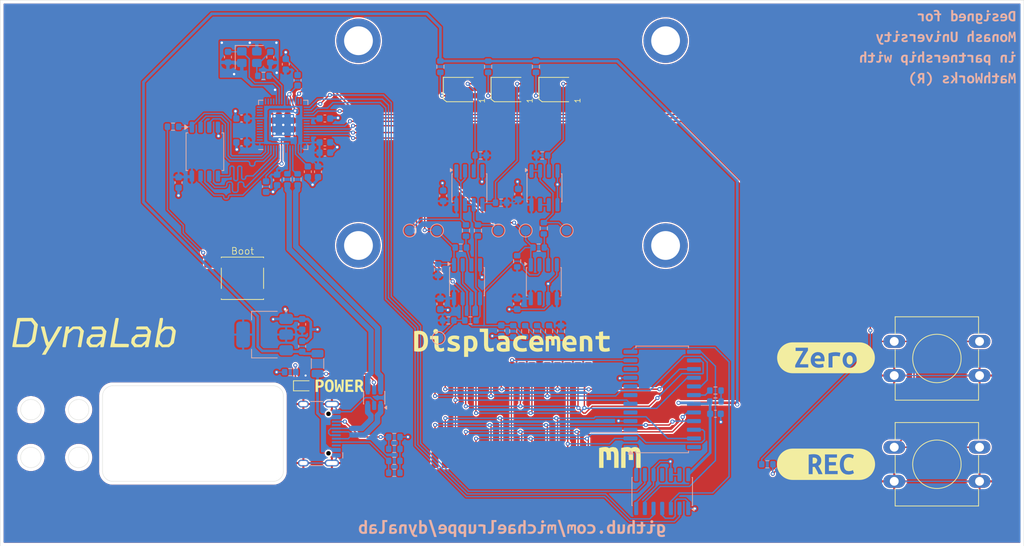
<source format=kicad_pcb>
(kicad_pcb (version 20241229) (generator "pcbnew") (generator_version "9.0")
  (layers (0 "F.Cu" signal) (2 "B.Cu" signal) (13 "F.Paste" user) (15 "B.Paste" user) (5 "F.SilkS" user "F.Silkscreen") (7 "B.SilkS" user "B.Silkscreen") (1 "F.Mask" user) (3 "B.Mask" user) (25 "Edge.Cuts" user))
  (net 0 "")
  (net 1 "+3V3")
  (net 2 "GND")
  (net 3 "Net-(D1-A)")
  (net 4 "Net-(R2-Pad2)")
  (net 5 "/SW_REC")
  (net 6 "+5V")
  (net 7 "+1V1")
  (net 8 "/V_REF")
  (net 9 "Net-(U4A-+)")
  (net 10 "Net-(U14-XIN)")
  (net 11 "Net-(C18-Pad2)")
  (net 12 "Net-(D2-K)")
  (net 14 "Net-(J1-CC1)")
  (net 15 "/USB_D+")
  (net 16 "/USB_D-")
  (net 18 "Net-(J1-CC2)")
  (net 19 "Net-(R1-Pad1)")
  (net 20 "Net-(U1A-+)")
  (net 21 "Net-(U8-ISET)")
  (net 22 "Net-(U2A-+)")
  (net 23 "Net-(U2A--)")
  (net 24 "Net-(U1B-+)")
  (net 25 "Net-(R4-Pad1)")
  (net 26 "Net-(U2B-+)")
  (net 27 "Net-(U2B--)")
  (net 28 "Net-(R5-Pad2)")
  (net 29 "Net-(U3A-+)")
  (net 30 "Net-(U3A--)")
  (net 31 "Net-(U9-A)")
  (net 32 "Net-(U11-A)")
  (net 33 "/QSPI_CS")
  (net 34 "/~{BOOT}")
  (net 35 "Net-(U12-A)")
  (net 36 "/~{RESET}")
  (net 37 "Net-(U3B--)")
  (net 39 "/B")
  (net 40 "/DP")
  (net 41 "/F")
  (net 42 "/C")
  (net 43 "/E")
  (net 44 "/DIG2")
  (net 45 "/D")
  (net 46 "/G")
  (net 47 "/A")
  (net 48 "/DIG1")
  (net 49 "/DIG0")
  (net 50 "/7SEG_~{CS}")
  (net 51 "Net-(U14-USB_DP)")
  (net 52 "Net-(U14-USB_DM)")
  (net 53 "/7SEG_CLK")
  (net 54 "/7SEG_DATA")
  (net 55 "Net-(U14-XOUT)")
  (net 57 "/QSPI_D3")
  (net 58 "/QSPI_CLK")
  (net 59 "/QSPI_D1")
  (net 60 "/QSPI_D0")
  (net 61 "/QSPI_D2")
  (net 63 "Net-(U8-CLK)")
  (net 66 "Net-(U8-LOAD)")
  (net 68 "Net-(U8-DIN)")
  (net 70 "/PHOTO_A")
  (net 71 "/PHOTO_B")
  (net 72 "/PHOTO_C")
  (net 74 "/LED_REC")
  (net 93 "VBUS")
  (net 94 "/USB_D_RAW+")
  (net 95 "/USB_D_RAW-")
  (footprint "Footprints:GS3011A" (layer "F.Cu") (at 339.2275 275.755)
    (property "Reference" "U6" (hide yes))
    (property "Value" "GS3011C")
  )
  (footprint "Footprints:MountingHole_SMTSO3030_3.2mm_M3" (layer "F.Cu") (at 316.75 220.9444 90)
    (property "Reference" "H2" (hide yes))
    (property "Value" "MountingHole")
  )
  (footprint "kibuzzard-6930BD82" (layer "F.Cu") (at 314 271.5)
    (property "Reference" "kibuzzard-6930BD82" (hide yes))
    (property "Value" "G***" (hide yes))
  )
  (footprint "OptoDevice:Everlight_ITR1201SR10AR" (layer "F.Cu") (at 332.2725 228.1 90)
    (property "Reference" "U9" (hide yes))
    (property "Value" "ITR8307-S17-TR8")
  )
  (footprint "LED_SMD:LED_0603_1608Metric" (layer "F.Cu") (at 380.25 283 -90)
    (property "Reference" "D1" (hide yes))
    (property "Value" "REC")
  )
  (footprint "OptoDevice:Everlight_ITR1201SR10AR" (layer "F.Cu") (at 339.2725 228.1 90)
    (property "Reference" "U11" (hide yes))
    (property "Value" "ITR8307-S17-TR8")
  )
  (footprint "Footprints:MountingHole_SMTSO3030_3.2mm_M3" (layer "F.Cu") (at 361.75 220.9444 90)
    (property "Reference" "H4" (hide yes))
    (property "Value" "MountingHole")
  )
  (footprint "kibuzzard-6930AFAB" (layer "F.Cu") (at 339.25 265.2)
    (property "Reference" "kibuzzard-6930AFAB" (hide yes))
    (property "Value" "G***" (hide yes))
  )
  (footprint "Button_Switch_THT:SW_PUSH-12mm" (layer "F.Cu") (at 395.25 280.5)
    (property "Reference" "SW2" (hide yes))
    (property "Value" "REC/STOP")
  )
  (footprint "kibuzzard-6930BD9C" (layer "F.Cu") (at 385.25 283)
    (property "Reference" "kibuzzard-6930BD9C" (hide yes))
    (property "Value" "G***" (hide yes))
  )
  (footprint "Button_Switch_SMD:SW_Push_1P1T_NO_E-Switch_TL3301NxxxxxG" (layer "F.Cu") (at 299.75 255.75 180)
    (property "Reference" "SW1" (hide yes))
    (property "Value" "BOOT")
  )
  (footprint "Footprints:GS3011A" (layer "F.Cu") (at 331.0225 275.755)
    (property "Reference" "U5" (hide yes))
    (property "Value" "GS3011C")
  )
  (footprint "LED_SMD:LED_0603_1608Metric" (layer "F.Cu") (at 308.7125 271.5)
    (property "Reference" "D2" (hide yes))
    (property "Value" "PWR")
  )
  (footprint "Footprints:GS3011A" (layer "F.Cu") (at 347.4775 275.755)
    (property "Reference" "U7" (hide yes))
    (property "Value" "GS3011C")
  )
  (footprint "Footprints:MountingHole_SMTSO3030_3.2mm_M3" (layer "F.Cu") (at 361.75 250.9444 90)
    (property "Reference" "H3" (hide yes))
    (property "Value" "MountingHole")
  )
  (footprint "OptoDevice:Everlight_ITR1201SR10AR" (layer "F.Cu") (at 346.2725 228.1 90)
    (property "Reference" "U12" (hide yes))
    (property "Value" "ITR8307-S17-TR8")
  )
  (footprint "LOGO" (layer "F.Cu") (at 277.86588 263.100712)
    (property "Reference" "G***" (hide yes))
    (property "Value" "LOGO" (hide yes))
  )
  (footprint "kibuzzard-6930ADF3" (layer "F.Cu") (at 385.25 267.4)
    (property "Reference" "kibuzzard-6930ADF3" (hide yes))
    (property "Value" "G***" (hide yes))
  )
  (footprint "Footprints:MountingHole_SMTSO3030_3.2mm_M3" (layer "F.Cu") (at 316.75 250.9444 90)
    (property "Reference" "H1" (hide yes))
    (property "Value" "MountingHole")
  )
  (footprint "Button_Switch_THT:SW_PUSH-12mm" (layer "F.Cu") (at 395.25 265)
    (property "Reference" "SW3" (hide yes))
    (property "Value" "RESET")
  )
  (footprint "kibuzzard-6930AF86" (layer "F.Cu") (at 355.05 282)
    (property "Reference" "kibuzzard-6930AF86" (hide yes))
    (property "Value" "G***" (hide yes))
  )
  (footprint "Package_SO:SOIC-8_3.9x4.9mm_P1.27mm" (layer "B.Cu") (at 332.655 256.25 -90)
    (property "Reference" "U1" (hide yes))
    (property "Value" "LM393")
  )
  (footprint "Package_TO_SOT_SMD:SOT-23-6" (layer "B.Cu") (at 319.05 273.25 90)
    (property "Reference" "U13" (hide yes))
    (property "Value" "USBLC6-2SC6")
  )
  (footprint "Capacitor_SMD:C_0603_1608Metric" (layer "B.Cu") (at 307.825 226.7375 90)
    (property "Reference" "C14" (hide yes))
    (property "Value" "1uF")
  )
  (footprint "Package_SO:SOIC-8_3.9x4.9mm_P1.27mm" (layer "B.Cu") (at 343.905 256.25 -90)
    (property "Reference" "U4" (hide yes))
    (property "Value" "LM393")
  )
  (footprint "Resistor_SMD:R_1206_3216Metric" (layer "B.Cu") (at 310.75 268.25 90)
    (property "Reference" "F1" (hide yes))
    (property "Value" "PolyFuse 1A Trip")
  )
  (footprint "Capacitor_SMD:C_0603_1608Metric" (layer "B.Cu") (at 311.825 235.8375)
    (property "Reference" "C15" (hide yes))
    (property "Value" "1uF")
  )
  (footprint "Resistor_SMD:R_0603_1608Metric" (layer "B.Cu") (at 342.75 224.75 -90)
    (property "Reference" "R19" (hide yes))
    (property "Value" "220")
  )
  (footprint "Resistor_SMD:R_0603_1608Metric" (layer "B.Cu") (at 322 279)
    (property "Reference" "R32" (hide yes))
    (property "Value" "10k")
  )
  (footprint "Resistor_SMD:R_0603_1608Metric" (layer "B.Cu") (at 322 282.5)
    (property "Reference" "R28" (hide yes))
    (property "Value" "10k")
  )
  (footprint "Resistor_SMD:R_0603_1608Metric" (layer "B.Cu") (at 334.655 237.75 180)
    (property "Reference" "R9" (hide yes))
    (property "Value" "10k")
  )
  (footprint "Resistor_SMD:R_0603_1608Metric" (layer "B.Cu") (at 333.155 261.92 180)
    (property "Reference" "R13" (hide yes))
    (property "Value" "150k")
  )
  (footprint "Resistor_SMD:R_0603_1608Metric" (layer "B.Cu") (at 346.425 263.5 90)
    (property "Reference" "R1" (hide yes))
    (property "Value" "1k")
  )
  (footprint "Connector_USB:USB_C_Receptacle_HCTL_HC-TYPE-C-16P-01A" (layer "B.Cu") (at 309.75 278.5 90)
    (property "Reference" "J1" (hide yes))
    (property "Value" "USB_C_Receptacle_USB2.0_16P")
  )
  (footprint "Resistor_SMD:R_0603_1608Metric" (layer "B.Cu") (at 343.155 251.25 180)
    (property "Reference" "R18" (hide yes))
    (property "Value" "150k")
  )
  (footprint "Resistor_SMD:R_0603_1608Metric" (layer "B.Cu") (at 342.925 263.5 -90)
    (property "Reference" "R5" (hide yes))
    (property "Value" "10k")
  )
  (footprint "Resistor_SMD:R_0603_1608Metric" (layer "B.Cu") (at 306.325 241.2625 -90)
    (property "Reference" "R23" (hide yes))
    (property "Value" "27R")
  )
  (footprint "Resistor_SMD:R_0603_1608Metric" (layer "B.Cu") (at 343.655 237.75)
    (property "Reference" "R20" (hide yes))
    (property "Value" "10k")
  )
  (footprint "Capacitor_SMD:C_0603_1608Metric" (layer "B.Cu") (at 306.1 224.3875 90)
    (property "Reference" "C11" (hide yes))
    (property "Value" "100nF")
  )
  (footprint "Package_SO:SOIC-14_3.9x8.7mm_P1.27mm" (layer "B.Cu") (at 361.25 287 90)
    (property "Reference" "U10" (hide yes))
    (property "Value" "74AHCT125")
  )
  (footprint "Resistor_SMD:R_0603_1608Metric" (layer "B.Cu") (at 322 280.75)
    (property "Reference" "R31" (hide yes))
    (property "Value" "10k")
  )
  (footprint "Resistor_SMD:R_0603_1608Metric" (layer "B.Cu") (at 307.825 241.2625 -90)
    (property "Reference" "R24" (hide yes))
    (property "Value" "27R")
  )
  (footprint "Resistor_SMD:R_0603_1608Metric" (layer "B.Cu") (at 328.75 224.75 -90)
    (property "Reference" "R8" (hide yes))
    (property "Value" "220")
  )
  (footprint "Capacitor_SMD:C_0603_1608Metric" (layer "B.Cu") (at 303.2 242.3125 -90)
    (property "Reference" "C5" (hide yes))
    (property "Value" "100nF")
  )
  (footprint "Resistor_SMD:R_0603_1608Metric" (layer "B.Cu") (at 328.405 254.5 -90)
    (property "Reference" "R10" (hide yes))
    (property "Value" "10k")
  )
  (footprint "Resistor_SMD:R_0603_1608Metric" (layer "B.Cu") (at 337.655 244.67 180)
    (property "Reference" "R15" (hide yes))
    (property "Value" "10k")
  )
  (footprint "Resistor_SMD:R_0603_1608Metric" (layer "B.Cu") (at 331.75 251.25 180)
    (property "Reference" "R6" (hide yes))
    (property "Value" "150k")
  )
  (footprint "Resistor_SMD:R_0603_1608Metric" (layer "B.Cu") (at 332.5 248.75 -90)
    (property "Reference" "R11" (hide yes))
    (property "Value" "10k")
  )
  (footprint "Resistor_SMD:R_0603_1608Metric" (layer "B.Cu") (at 306.75 269.5 180)
    (property "Reference" "R30" (hide yes))
    (property "Value" "10k")
  )
  (footprint "Package_SO:SOIC-24W_7.5x15.4mm_P1.27mm" (layer "B.Cu") (at 361.25 273.5)
    (property "Reference" "U8" (hide yes))
    (property "Value" "MAX7219")
  )
  (footprint "Capacitor_SMD:C_0603_1608Metric" (layer "B.Cu") (at 308.5 265.725 90)
    (property "Reference" "C19" (hide yes))
    (property "Value" "10uF")
  )
  (footprint "Resistor_SMD:R_0603_1608Metric" (layer "B.Cu") (at 339.425 263.5 -90)
    (property "Reference" "R12" (hide yes))
    (property "Value" "10k")
  )
  (footprint "Resistor_SMD:R_0603_1608Metric" (layer "B.Cu") (at 376.65 283)
    (property "Reference" "R26" (hide yes))
    (property "Value" "10k")
  )
  (footprint "Resistor_SMD:R_0603_1608Metric" (layer "B.Cu") (at 369.05 273.8)
    (property "Reference" "R2" (hide yes))
    (property "Value" "10k")
  )
  (footprint "Capacitor_SMD:C_0603_1608Metric" (layer "B.Cu") (at 299.625 235.8375 180)
    (property "Reference" "C13" (hide yes))
    (property "Value" "100nF")
  )
  (footprint "Capacitor_SMD:C_0603_1608Metric" (layer "B.Cu") (at 369.05 275.6)
    (property "Reference" "C22" (hide yes))
    (property "Value" "100n")
  )
  (footprint "Capacitor_SMD:C_0603_1608Metric" (layer "B.Cu") (at 329.155 243.67 90)
    (property "Reference" "C2" (hide yes))
    (property "Value" "100n")
  )
  (footprint "TestPoint:TestPoint_Pad_D1.5mm" (layer "B.Cu") (at 324.25 248.75)
    (property "Reference" "TP1" (hide yes))
    (property "Value" "TestPoint")
  )
  (footprint "Resistor_SMD:R_0603_1608Metric" (layer "B.Cu") (at 335.75 224.75 -90)
    (property "Reference" "R14" (hide yes))
    (property "Value" "220")
  )
  (footprint "Package_SO:SOIC-8_3.9x4.9mm_P1.27mm" (layer "B.Cu") (at 333 242.5 -90)
    (property "Reference" "U2" (hide yes))
    (property "Value" "LM358")
  )
  (footprint "Resistor_SMD:R_0603_1608Metric" (layer "B.Cu") (at 343.905 248.42 -90)
    (property "Reference" "R22" (hide yes))
    (property "Value" "10k")
  )
  (footprint "Package_TO_SOT_SMD:SOT-223-3_TabPin2" (layer "B.Cu") (at 303 264 180)
    (property "Reference" "U15" (hide yes))
    (property "Value" "AMS1117-3.3")
  )
  (footprint "Capacitor_SMD:C_0603_1608Metric" (layer "B.Cu") (at 310.825 240.1375 -90)
    (property "Reference" "C7" (hide yes))
    (property "Value" "100nF")
  )
  (footprint "Capacitor_SMD:C_0603_1608Metric" (layer "B.Cu") (at 311.825 237.3375)
    (property "Reference" "C9" (hide yes))
    (property "Value" "100nF")
  )
  (footprint "Package_SO:SOIC-8_5.3x5.3mm_P1.27mm" (layer "B.Cu") (at 294.25 237.2 -90)
    (property "Reference" "U16" (hide yes))
    (property "Value" "W25Q16JVSS")
  )
  (footprint "Capacitor_SMD:C_0603_1608Metric" (layer "B.Cu") (at 340 259.5 -90)
    (property "Reference" "C4" (hide yes))
    (property "Value" "100n")
  )
  (footprint "Resistor_SMD:R_0603_1608Metric" (layer "B.Cu") (at 302.825 226.0875)
    (property "Reference" "R27" (hide yes))
    (property "Value" "1k")
  )
  (footprint "Resistor_SMD:R_0603_1608Metric" (layer "B.Cu") (at 344.675 263.5 90)
    (property "Reference" "R4" (hide yes))
    (property "Value" "1k")
  )
  (footprint "TestPoint:TestPoint_Pad_D1.5mm" (layer "B.Cu") (at 328.25 248.75)
    (property "Reference" "TP2" (hide yes))
    (property "Value" "TestPoint")
  )
  (footprint "kibuzzard-6930AE56" (layer "B.Cu") (at 339.25 292.4 180)
    (property "Reference" "kibuzzard-6930AE56" (hide yes))
    (property "Value" "G***" (hide yes))
  )
  (footprint "Capacitor_SMD:C_0603_1608Metric" (layer "B.Cu") (at 309.325 240.1375 -90)
    (property "Reference" "C6" (hide yes))
    (property "Value" "100nF")
  )
  (footprint "Package_SO:SOIC-8_3.9x4.9mm_P1.27mm" (layer "B.Cu") (at 344 242.5 -90)
    (property "Reference" "U3" (hide yes))
    (property "Value" "LM358")
  )
  (footprint "TestPoint:TestPoint_Pad_D1.5mm" (layer "B.Cu") (at 328.5 264.5)
    (property "Reference" "TP4" (hide yes))
    (property "Value" "TestPoint")
  )
  (footprint "TestPoint:TestPoint_Pad_D1.5mm" (layer "B.Cu") (at 341.25 248.75)
    (property "Reference" "TP6" (hide yes))
    (property "Value" "TestPoint")
  )
  (footprint "Capacitor_SMD:C_0603_1608Metric" (layer "B.Cu") (at 308.5 262.5 90)
    (property "Reference" "C20" (hide yes))
    (property "Value" "10uF")
  )
  (footprint "Resistor_SMD:R_0603_1608Metric" (layer "B.Cu") (at 329.905 261.92 180)
    (property "Reference" "R16" (hide yes))
    (property "Value" "10k")
  )
  (footprint "RP2040_minimal:RP2040-QFN-56" (layer "B.Cu") (at 305.725 233.275)
    (property "Reference" "U14" (hide yes))
    (property "Value" "RP2040")
  )
  (footprint "Capacitor_SMD:C_0603_1608Metric" (layer "B.Cu") (at 299.625 232.3375 180)
    (property "Reference" "C12" (hide yes))
    (property "Value" "100nF")
  )
  (footprint "Capacitor_SMD:C_0603_1608Metric" (layer "B.Cu") (at 311.825 232.3375)
    (property "Reference" "C10" (hide yes))
    (property "Value" "100nF")
  )
  (footprint "Capacitor_SMD:C_0603_1608Metric" (layer "B.Cu") (at 340.155 243.42 90)
    (property "Reference" "C3" (hide yes))
    (property "Value" "100n")
  )
  (footprint "Resistor_SMD:R_0603_1608Metric" (layer "B.Cu") (at 341.175 263.5 -90)
    (property "Reference" "R7" (hide yes))
    (property "Value" "10k")
  )
  (footprint "Resistor_SMD:R_0603_1608Metric" (layer "B.Cu") (at 334.25 248.75 -90)
    (property "Reference" "R17" (hide yes))
    (property "Value" "10k")
  )
  (footprint "Capacitor_SMD:C_0603_1608Metric" (layer "B.Cu") (at 290.39 241.7125 -90)
    (property "Reference" "C16" (hide yes))
    (property "Value" "100nF")
  )
  (footprint "Capacitor_SMD:C_0603_1608Metric" (layer "B.Cu") (at 337.675 263.425 -90)
    (property "Reference" "C21" (hide yes))
    (property "Value" "100n")
  )
  (footprint "Resistor_SMD:R_0603_1608Metric" (layer "B.Cu") (at 340 253.25 -90)
    (property "Reference" "R21" (hide yes))
    (property "Value" "10k")
  )
  (footprint "Capacitor_SMD:C_0603_1608Metric" (layer "B.Cu") (at 303.825 223.3625 90)
    (property "Reference" "C18" (hide yes))
    (property "Value" "27pF")
  )
  (footprint "kibuzzard-6930AEF9" (layer "B.Cu") (at 401.65 222 180)
    (property "Reference" "kibuzzard-6930AEF9" (hide yes))
    (property "Value" "G***" (hide yes))
  )
  (footprint "Capacitor_SMD:C_0603_1608Metric" (layer "B.Cu") (at 328.75 259.5 -90)
    (property "Reference" "C1" (hide yes))
    (property "Value" "100n")
  )
  (footprint "Resistor_SMD:R_0603_1608Metric" (layer "B.Cu") (at 289.5775 233.5375)
    (property "Reference" "R25" (hide yes))
    (property "Value" "1k")
  )
  (footprint "TestPoint:TestPoint_Pad_D1.5mm" (layer "B.Cu") (at 347.25 248.75)
    (property "Reference" "TP5" (hide yes))
    (property "Value" "TestPoint")
  )
  (footprint "Crystal:Crystal_SMD_3225-4Pin_3.2x2.5mm" (layer "B.Cu") (at 300.755 223.3515)
    (property "Reference" "Y1" (hide yes))
    (property "Value" "12MHz 20pF 50Ohm_ESR")
  )
  (footprint "TestPoint:TestPoint_Pad_D1.5mm" (layer "B.Cu") (at 337.25 248.75)
    (property "Reference" "TP3" (hide yes))
    (property "Value" "TestPoint")
  )
  (footprint "Resistor_SMD:R_0603_1608Metric" (layer "B.Cu") (at 369.05 272.2 180)
    (property "Reference" "R3" (hide yes))
    (property "Value" "10k")
  )
  (footprint "Resistor_SMD:R_0603_1608Metric" (layer "B.Cu") (at 322 284.25)
    (property "Reference" "R29" (hide yes))
    (property "Value" "10k")
  )
  (footprint "Capacitor_SMD:C_0603_1608Metric" (layer "B.Cu") (at 297.625 223.3375 90)
    (property "Reference" "C17" (hide yes))
    (property "Value" "27pF")
  )
  (footprint "Capacitor_SMD:C_0603_1608Metric" (layer "B.Cu") (at 304.825 241.3375 -90)
    (property "Reference" "C8" (hide yes))
    (property "Value" "100nF")
  )
  (gr_circle (center 268.75 275) (end 270.25 275) (stroke (width 0.05)) (fill no) (layer "Edge.Cuts"))
  (gr_line (start 280.75 285.5) (end 304.25 285.5) (stroke (width 0.05)) (layer "Edge.Cuts"))
  (gr_arc (start 279.249999 272.999999) (mid 279.689339 271.939339) (end 280.749999 271.499999) (stroke (width 0.05)) (layer "Edge.Cuts"))
  (gr_circle (center 275.75 275) (end 277.25 275) (stroke (width 0.05)) (fill no) (layer "Edge.Cuts"))
  (gr_line (start 304.25 271.5) (end 280.75 271.5) (stroke (width 0.05)) (layer "Edge.Cuts"))
  (gr_line (start 279.25 273) (end 279.25 284) (stroke (width 0.05)) (layer "Edge.Cuts"))
  (gr_circle (center 268.75 282) (end 270.25 282) (stroke (width 0.05)) (fill no) (layer "Edge.Cuts"))
  (gr_arc (start 305.750001 284.000001) (mid 305.310661 285.060661) (end 304.250001 285.500001) (stroke (width 0.05)) (layer "Edge.Cuts"))
  (gr_rect (start 264.25 215) (end 414.25 295) (stroke (width 0.05)) (fill no) (layer "Edge.Cuts"))
  (gr_arc (start 280.75 285.5) (mid 279.68934 285.06066) (end 279.25 284) (stroke (width 0.05)) (layer "Edge.Cuts"))
  (gr_line (start 305.75 284) (end 305.75 273) (stroke (width 0.05)) (layer "Edge.Cuts"))
  (gr_circle (center 275.75 282) (end 277.25 282) (stroke (width 0.05)) (fill no) (layer "Edge.Cuts"))
  (gr_arc (start 304.25 271.5) (mid 305.31066 271.93934) (end 305.75 273) (stroke (width 0.05)) (layer "Edge.Cuts"))
  (gr_text "Boot" (at 298.009524 252.35 0) (layer "F.SilkS") (effects (font (size 1 1) (thickness 0.1)) (justify left bottom)))
  (segment (start 309.5 271.5) (end 309.5 270.5) (width 0.2) (layer "F.Cu") (net 1))
  (segment (start 309.5 270.5) (end 309 270) (width 0.2) (layer "F.Cu") (net 1))
  (via (at 309 270) (size 0.6) (drill 0.3) (layers "F.Cu" "B.Cu") (net 1))
  (segment (start 340.155 244.195) (end 342.07 244.195) (width 0.2) (layer "B.Cu") (net 1))
  (segment (start 330.87 244.445) (end 331.095 244.67) (width 0.2) (layer "B.Cu") (net 1))
  (segment (start 340 258.725) (end 342 258.725) (width 0.2) (layer "B.Cu") (net 1))
  (segment (start 290.4245 240.8935) (end 290.3795 240.9385) (width 0.4) (layer "B.Cu") (net 1))
  (segment (start 306.560943 230.6) (end 306.540943 230.58) (width 0.2) (layer "B.Cu") (net 1))
  (segment (start 308.825 238.237) (end 309.7 238.237) (width 0.2) (layer "B.Cu") (net 1))
  (segment (start 338.48 244.67) (end 339.68 244.67) (width 0.2) (layer "B.Cu") (net 1))
  (segment (start 342.07 244.195) (end 342.095 244.22) (width 0.2) (layer "B.Cu") (net 1))
  (segment (start 303.08 232.283) (end 303.325 232.037) (width 0.2) (layer "B.Cu") (net 1))
  (segment (start 331.095 244.67) (end 331.095 244.975) (width 0.2) (layer "B.Cu") (net 1))
  (segment (start 300.675 232.337) (end 300.737 232.275) (width 0.2) (layer "B.Cu") (net 1))
  (segment (start 292.2385 240.8935) (end 290.4245 240.8935) (width 0.4) (layer "B.Cu") (net 1))
  (segment (start 308.33 230.6) (end 306.560943 230.6) (width 0.2) (layer "B.Cu") (net 1))
  (segment (start 303.325 231.087) (end 303.775 230.637) (width 0.2) (layer "B.Cu") (net 1))
  (segment (start 309.7 238.237) (end 310.825 239.363) (width 0.2) (layer "B.Cu") (net 1))
  (segment (start 303.775 230.637) (end 305.925 230.637) (width 0.2) (layer "B.Cu") (net 1))
  (segment (start 311.025 237.313) (end 311.025 235.863) (width 0.2) (layer "B.Cu") (net 1))
  (segment (start 307.936 236.159) (end 307.936 237.349) (width 0.2) (layer "B.Cu") (net 1))
  (segment (start 311.05 237.337) (end 311.025 237.313) (width 0.2) (layer "B.Cu") (net 1))
  (segment (start 329.155 244.445) (end 330.87 244.445) (width 0.2) (layer "B.Cu") (net 1))
  (segment (start 303.087 235.875) (end 303.225 235.737) (width 0.2) (layer "B.Cu") (net 1))
  (segment (start 304.883 240.567) (end 306.125 239.324) (width 0.2) (layer "B.Cu") (net 1))
  (segment (start 307.936 237.349) (end 308.825 238.237) (width 0.2) (layer "B.Cu") (net 1))
  (segment (start 300.737 232.275) (end 302.2875 232.275) (width 0.2) (layer "B.Cu") (net 1))
  (segment (start 306.325 237.337) (end 306.325 236.713) (width 0.2) (layer "B.Cu") (net 1))
  (segment (start 311.011 235.876) (end 309.163 235.876) (width 0.2) (layer "B.Cu") (net 1))
  (segment (start 302.2875 232.275) (end 303.073 232.275) (width 0.2) (layer "B.Cu") (net 1))
  (segment (start 305.925 236.7125) (end 305.925 236.025) (width 0.2) (layer "B.Cu") (net 1))
  (segment (start 330.75 258.725) (end 328.75 258.725) (width 0.2) (layer "B.Cu") (net 1))
  (segment (start 303.073 232.275) (end 303.08 232.283) (width 0.2) (layer "B.Cu") (net 1))
  (segment (start 308.38 235.883) (end 308.213 235.883) (width 0.2) (layer "B.Cu") (net 1))
  (segment (start 305.925 236.025) (end 305.95 236) (width 0.2) (layer "B.Cu") (net 1))
  (segment (start 308.335 235.927) (end 308.38 235.883) (width 0.2) (layer "B.Cu") (net 1))
  (segment (start 306.125 237.537) (end 306.325 237.337) (width 0.2) (layer "B.Cu") (net 1))
  (segment (start 306.540943 230.58) (end 306.043057 230.58) (width 0.2) (layer "B.Cu") (net 1))
  (segment (start 308.335 236.72) (end 308.335 235.927) (width 0.2) (layer "B.Cu") (net 1))
  (segment (start 340 254.075) (end 340 256.725) (width 0.2) (layer "B.Cu") (net 1))
  (segment (start 310.975 232.337) (end 310.913 232.275) (width 0.2) (layer "B.Cu") (net 1))
  (segment (start 304.717 240.567) (end 304.883 240.567) (width 0.2) (layer "B.Cu") (net 1))
  (segment (start 305.962 230.6) (end 305.925 230.637) (width 0.2) (layer "B.Cu") (net 1))
  (segment (start 340 256.725) (end 342 258.725) (width 0.2) (layer "B.Cu") (net 1))
  (segment (start 306.1 225.163) (end 305.925 225.337) (width 0.2) (layer "B.Cu") (net 1))
  (segment (start 308.513 232.275) (end 308.33 232.092) (width 0.2) (layer "B.Cu") (net 1))
  (segment (start 303.325 235.837) (end 303.825 235.837) (width 0.2) (layer "B.Cu") (net 1))
  (segment (start 308.213 235.883) (end 307.936 236.159) (width 0.2) (layer "B.Cu") (net 1))
  (segment (start 306.325 236.7125) (end 306.325 236.075) (width 0.2) (layer "B.Cu") (net 1))
  (segment (start 300.4 235.837) (end 300.55 235.837) (width 0.2) (layer "B.Cu") (net 1))
  (segment (start 342.095 244.22) (end 342.095 244.975) (width 0.2) (layer "B.Cu") (net 1))
  (segment (start 300.4 232.337) (end 300.675 232.337) (width 0.2) (layer "B.Cu") (net 1))
  (segment (start 305.925 237.337) (end 306.125 237.537) (width 0.2) (layer "B.Cu") (net 1))
  (segment (start 339.68 244.67) (end 340.155 244.195) (width 0.2) (layer "B.Cu") (net 1))
  (segment (start 300.587 235.875) (end 302.2875 235.875) (width 0.2) (layer "B.Cu") (net 1))
  (segment (start 308.38 235.883) (end 309.173 235.883) (width 0.2) (layer "B.Cu") (net 1))
  (segment (start 303.325 232.037) (end 303.325 231.087) (width 0.2) (layer "B.Cu") (net 1))
  (segment (start 311.025 235.863) (end 311.05 235.837) (width 0.2) (layer "B.Cu") (net 1))
  (segment (start 306.043057 230.58) (end 306.023057 230.6) (width 0.2) (layer "B.Cu") (net 1))
  (segment (start 311.05 232.337) (end 310.975 232.337) (width 0.2) (layer "B.Cu") (net 1))
  (segment (start 306.023057 230.6) (end 305.962 230.6) (width 0.2) (layer "B.Cu") (net 1))
  (segment (start 303.225 235.737) (end 303.325 235.837) (width 0.2) (layer "B.Cu") (net 1))
  (segment (start 305.925 225.337) (end 305.925 229.8375) (width 0.2) (layer "B.Cu") (net 1))
  (segment (start 306.125 239.324) (end 306.125 237.537) (width 0.2) (layer "B.Cu") (net 1))
  (segment (start 292.3455 240.7875) (end 292.2385 240.8935) (width 0.4) (layer "B.Cu") (net 1))
  (segment (start 302.2875 235.875) (end 303.087 235.875) (width 0.2) (layer "B.Cu") (net 1))
  (segment (start 311.05 235.837) (end 311.011 235.876) (width 0.2) (layer "B.Cu") (net 1))
  (segment (start 303.225 235.737) (end 303.225 232.427) (width 0.2) (layer "B.Cu") (net 1))
  (segment (start 305.925 229.8375) (end 305.925 230.637) (width 0.2) (layer "B.Cu") (net 1))
  (segment (start 310.913 232.275) (end 309.1625 232.275) (width 0.2) (layer "B.Cu") (net 1))
  (segment (start 303.225 232.427) (end 303.08 232.283) (width 0.2) (layer "B.Cu") (net 1))
  (segment (start 305.925 236.713) (end 305.925 237.337) (width 0.2) (layer "B.Cu") (net 1))
  (segment (start 309.1625 232.275) (end 308.513 232.275) (width 0.2) (layer "B.Cu") (net 1))
  (segment (start 306.325 236.075) (end 306.25 236) (width 0.2) (layer "B.Cu") (net 1))
  (segment (start 308.33 232.092) (end 308.33 230.6) (width 0.2) (layer "B.Cu") (net 1))
  (segment (start 300.55 235.837) (end 300.587 235.875) (width 0.2) (layer "B.Cu") (net 1))
  (via (at 298.525 225.837) (size 0.6) (drill 0.35) (layers "F.Cu" "B.Cu") (net 2))
  (via (at 290.3795 243.6185) (size 0.6) (drill 0.35) (layers "F.Cu" "B.Cu") (net 2))
  (via (at 345.905 242) (size 0.6) (drill 0.3) (layers "F.Cu" "B.Cu") (net 2))
  (via (at 300.825 221.237) (size 0.6) (drill 0.35) (layers "F.Cu" "B.Cu") (net 2))
  (via (at 313.625 236.537) (size 0.6) (drill 0.35) (layers "F.Cu" "B.Cu") (net 2))
  (via (at 304.525 228.137) (size 0.6) (drill 0.35) (layers "F.Cu" "B.Cu") (net 2))
  (via (at 298.925 236.875) (size 0.6) (drill 0.35) (layers "F.Cu" "B.Cu") (net 2))
  (via (at 366.05 289.5) (size 0.6) (drill 0.3) (layers "F.Cu" "B.Cu") (net 2))
  (via (at 310.75 263.25) (size 0.6) (drill 0.3) (layers "F.Cu" "B.Cu") (net 2))
  (via (at 296.2395 234.8995) (size 0.6) (drill 0.35) (layers "F.Cu" "B.Cu") (net 2))
  (via (at 329.85 260.4) (size 0.6) (drill 0.3) (layers "F.Cu" "B.Cu") (net 2))
  (via (at 304.75 269.5) (size 0.6) (drill 0.3) (layers "F.Cu" "B.Cu") (net 2))
  (via (at 306 260.25) (size 0.6) (drill 0.3) (layers "F.Cu" "B.Cu") (net 2))
  (via (at 298.725 231.275) (size 0.6) (drill 0.35) (layers "F.Cu" "B.Cu") (net 2))
  (via (at 369.85 276.8) (size 0.6) (drill 0.3) (layers "F.Cu" "B.Cu") (net 2))
  (via (at 336.35 264.2) (size 0.6) (drill 0.3) (layers "F.Cu" "B.Cu") (net 2))
  (via (at 340.05 241.6) (size 0.6) (drill 0.3) (layers "F.Cu" "B.Cu") (net 2))
  (via (at 344.54 256.55912) (size 0.6) (drill 0.3) (layers "F.Cu" "B.Cu") (net 2))
  (via (at 304.25 261.75) (size 0.6) (drill 0.3) (layers "F.Cu" "B.Cu") (net 2))
  (via (at 354.85 276.64) (size 0.6) (drill 0.3) (layers "F.Cu" "B.Cu") (net 2))
  (via (at 304.225 243.087) (size 0.6) (drill 0.35) (layers "F.Cu" "B.Cu") (net 2))
  (via (at 362.45 282.6) (size 0.6) (drill 0.3) (layers "F.Cu" "B.Cu") (net 2))
  (via (at 324 279) (size 0.6) (drill 0.3) (layers "F.Cu" "B.Cu") (net 2))
  (via (at 355.05 270.4) (size 0.6) (drill 0.3) (layers "F.Cu" "B.Cu") (net 2))
  (via (at 338.85 260.3) (size 0.6) (drill 0.3) (layers "F.Cu" "B.Cu") (net 2))
  (via (at 310.025 242.037) (size 0.6) (drill 0.35) (layers "F.Cu" "B.Cu") (net 2))
  (via (at 329.05 241.8) (size 0.6) (drill 0.3) (layers "F.Cu" "B.Cu") (net 2))
  (via (at 296.725 221.237) (size 0.6) (drill 0.35) (layers "F.Cu" "B.Cu") (net 2))
  (via (at 304.725 221.237) (size 0.6) (drill 0.35) (layers "F.Cu" "B.Cu") (net 2))
  (via (at 313.75 232.25) (size 0.6) (drill 0.35) (layers "F.Cu" "B.Cu") (net 2))
  (via (at 334.85 255.6) (size 0.6) (drill 0.3) (layers "F.Cu" "B.Cu") (net 2))
  (via (at 334.85 241.6) (size 0.6) (drill 0.3) (layers "F.Cu" "B.Cu") (net 2))
  (via (at 304.768 225.637) (size 0.6) (drill 0.35) (layers "F.Cu" "B.Cu") (net 2))
  (via (at 306.089 222.637) (size 0.6) (drill 0.35) (layers "F.Cu" "B.Cu") (net 2))
  (segment (start 334.905 240.025) (end 334.905 241.545) (width 0.2) (layer "B.Cu") (net 2))
  (segment (start 363.15 288.3671) (end 363.4171 288.1) (width 0.2) (layer "B.Cu") (net 2))
  (segment (start 309.325 241.337) (end 309.325 240.913) (width 0.4) (layer "B.Cu") (net 2))
  (segment (start 366.025 289.475) (end 366.05 289.5) (width 0.2) (layer "B.Cu") (net 2))
  (segment (start 309.7625 262.1625) (end 309.7625 263.25) (width 0.4) (layer "B.Cu") (net 2))
  (segment (start 296.1465 233.6335) (end 296.1555 233.6245) (width 0.2) (layer "B.Cu") (net 2))
  (segment (start 303.271 243.0875) (end 303.2 243.0875) (width 0.2) (layer "B.Cu") (net 2))
  (segment (start 304.3 261.7) (end 304.25 261.75) (width 0.4) (layer "B.Cu") (net 2))
  (segment (start 306.089 223.601) (end 306.095 223.607) (width 0.2) (layer "B.Cu") (net 2))
  (segment (start 290.3895 242.6195) (end 290.3895 242.5535) (width 0.2) (layer "B.Cu") (net 2))
  (segment (start 309.7625 263.25) (end 310.75 263.25) (width 0.4) (layer "B.Cu") (net 2))
  (segment (start 296.1555 233.6245) (end 296.1555 233.6125) (width 0.2) (layer "B.Cu") (net 2))
  (segment (start 334.56 255.31) (end 334.85 255.6) (width 0.2) (layer "B.Cu") (net 2))
  (segment (start 290.39 242.553) (end 290.39 242.4875) (width 0.2) (layer "B.Cu") (net 2))
  (segment (start 312.631 232.3375) (end 312.6 232.3375) (width 0.2) (layer "B.Cu") (net 2))
  (segment (start 319.05 274.3875) (end 319.05 273.791516) (width 0.2) (layer "B.Cu") (net 2))
  (segment (start 296.1465 233.6335) (end 296.1375 233.6535) (width 0.2) (layer "B.Cu") (net 2))
  (segment (start 310.825 241.237) (end 310.825 240.913) (width 0.4) (layer "B.Cu") (net 2))
  (segment (start 303.2715 243.087) (end 303.2 243.087) (width 0.2) (layer "B.Cu") (net 2))
  (segment (start 309.175 264.95) (end 308.5 264.95) (width 0.4) (layer "B.Cu") (net 2))
  (segment (start 296.1555 233.6355) (end 296.1555 233.6125) (width 0.2) (layer "B.Cu") (net 2))
  (segment (start 312.925 235.837) (end 313.625 236.537) (width 0.2) (layer "B.Cu") (net 2))
  (segment (start 340.155 241.705) (end 340.05 241.6) (width 0.2) (layer "B.Cu") (net 2))
  (segment (start 312.763 235.837) (end 312.925 235.837) (width 0.2) (layer "B.Cu") (net 2))
  (segment (start 312.657 237.337) (end 312.6565 237.337) (width 0.2) (layer "B.Cu") (net 2))
  (segment (start 322.825 279) (end 324 279) (width 0.2) (layer "B.Cu") (net 2))
  (segment (start 304.725 228.337) (end 304.525 228.137) (width 0.2) (layer "B.Cu") (net 2))
  (segment (start 322.825 282.5) (end 322.825 280.75) (width 0.2) (layer "B.Cu") (net 2))
  (segment (start 306.095 223.607) (end 306.1 223.613) (width 0.2) (layer "B.Cu") (net 2))
  (segment (start 337.8 264.325) (end 337.675 264.2) (width 0.2) (layer "B.Cu") (net 2))
  (segment (start 312.6315 232.337) (end 312.6 232.337) (width 0.2) (layer "B.Cu") (net 2))
  (segment (start 362.52 284.525) (end 362.52 282.67) (width 0.2) (layer "B.Cu") (net 2))
  (segment (start 304.725 229.837) (end 304.725 228.337) (width 0.2) (layer "B.Cu") (net 2))
  (segment (start 338.875 260.275) (end 338.85 260.3) (width 0.2) (layer "B.Cu") (net 2))
  (segment (start 318.508484 273.25) (end 317.75 273.25) (width 0.2) (layer "B.Cu") (net 2))
  (segment (start 298.7 232.487) (end 298.775 232.412) (width 0.4) (layer "B.Cu") (net 2))
  (segment (start 290.3795 242.4885) (end 290.3795 242.7635) (width 0.4) (layer "B.Cu") (net 2))
  (segment (start 312.681 235.837) (end 312.6 235.837) (width 0.2) (layer "B.Cu") (net 2))
  (segment (start 362.52 282.67) (end 362.45 282.6) (width 0.2) (layer "B.Cu") (net 2))
  (segment (start 304.717 242.356) (end 304.717 242.221) (width 0.2) (layer "B.Cu") (net 2))
  (segment (start 369.825 276.775) (end 369.85 276.8) (width 0.2) (layer "B.Cu") (net 2))
  (segment (start 306.089 223.337) (end 306.089 222.637) (width 0.4) (layer "B.Cu") (net 2))
  (segment (start 304.798 242.1395) (end 304.825 242.1125) (width 0.2) (layer "B.Cu") (net 2))
  (segment (start 298.775 232.412) (end 298.8495 232.3375) (width 0.2) (layer "B.Cu") (net 2))
  (segment (start 298.925 236.875) (end 298.85 236.8) (width 0.4) (layer "B.Cu") (net 2))
  (segment (start 361.25 289.475) (end 361.25 290.449999) (width 0.2) (layer "B.Cu") (net 2))
  (segment (start 306.1 223.613) (end 307.825 225.337) (width 0.2) (layer "B.Cu") (net 2))
  (segment (start 304.771 242.167) (end 304.798 242.14) (width 0.2) (layer "B.Cu") (net 2))
  (segment (start 290.3895 242.6195) (end 290.3895 242.5535) (width 0.2) (layer "B.Cu") (net 2))
  (segment (start 306.15 261.7) (end 306.15 260.4) (width 0.4) (layer "B.Cu") (net 2))
  (segment (start 296.2395 234.8995) (end 296.1555 234.8155) (width 0.2) (layer "B.Cu") (net 2))
  (segment (start 365.06 288.500001) (end 365.06 289.475) (width 0.2) (layer "B.Cu") (net 2))
  (segment (start 303.488 243.087) (end 303.343 243.087) (width 0.2) (layer "B.Cu") (net 2))
  (segment (start 306.15 261.7) (end 308.475 261.7) (width 0.4) (layer "B.Cu") (net 2))
  (segment (start 313.75 232.25) (end 312.813 232.25) (width 0.4) (layer "B.Cu") (net 2))
  (segment (start 298.849 232.337) (end 298.85 232.337) (width 0.2) (layer "B.Cu") (net 2))
  (segment (start 356.6 270.325) (end 355.125 270.325) (width 0.2) (layer "B.Cu") (net 2))
  (segment (start 322.8245 279.0377) (end 322.8245 279.0005) (width 0.2) (layer "B.Cu") (net 2))
  (segment (start 361.700001 290.9) (end 362.85 290.9) (width 0.2) (layer "B.Cu") (net 2))
  (segment (start 312.6565 237.337) (end 312.6 237.337) (width 0.2) (layer "B.Cu") (net 2))
  (segment (start 362.85 290.9) (end 363.15 290.6) (width 0.2) (layer "B.Cu") (net 2))
  (segment (start 303.343 243.087) (end 303.2715 243.087) (width 0.2) (layer "B.Cu") (net 2))
  (segment (start 306.15 261.7) (end 304.3 261.7) (width 0.4) (layer "B.Cu") (net 2))
  (segment (start 312.6565 237.337) (end 312.6 237.337) (width 0.2) (layer "B.Cu") (net 2))
  (segment (start 296.151 233.623) (end 296.155 233.619) (width 0.2) (layer "B.Cu") (net 2))
  (segment (start 306.089 223.613) (end 306.089 223.337) (width 0.4) (layer "B.Cu") (net 2))
  (segment (start 310.025 242.037) (end 309.325 241.337) (width 0.4) (layer "B.Cu") (net 2))
  (segment (start 322.8245 280.2495) (end 322.825 280.25) (width 0.2) (layer "B.Cu") (net 2))
  (segment (start 298.725 232.462) (end 298.7 232.487) (width 0.4) (layer "B.Cu") (net 2))
  (segment (start 296.1555 233.6125) (end 296.151 233.623) (width 0.2) (layer "B.Cu") (net 2))
  (segment (start 308.5 261.725) (end 309.325 261.725) (width 0.4) (layer "B.Cu") (net 2))
  (segment (start 354.885 276.675) (end 354.85 276.64) (width 0.2) (layer "B.Cu") (net 2))
  (segment (start 312.663 232.337) (end 312.6315 232.337) (width 0.2) (layer "B.Cu") (net 2))
  (segment (start 345.81 255.28912) (end 345.81 253.775) (width 0.2) (layer "B.Cu") (net 2))
  (segment (start 312.855 282.82) (end 308.675 282.82) (width 0.2) (layer "B.Cu") (net 2))
  (segment (start 357.44 288.61) (end 359.98 286.07) (width 0.2) (layer "B.Cu") (net 2))
  (segment (start 304.798 242.14) (end 304.798 242.1395) (width 0.2) (layer "B.Cu") (net 2))
  (segment (start 306.095 223.607) (end 306.1 223.613) (width 0.2) (layer "B.Cu") (net 2))
  (segment (start 313.495 274.82) (end 312.855 274.18) (width 0.2) (layer "B.Cu") (net 2))
  (segment (start 361.25 290.449999) (end 361.700001 290.9) (width 0.2) (layer "B.Cu") (net 2))
  (segment (start 343.964999 260.275) (end 344.54 259.699999) (width 0.2) (layer "B.Cu") (net 2))
  (segment (start 312.6565 237.337) (end 312.6 237.337) (width 0.4) (layer "B.Cu") (net 2))
  (segment (start 344.54 258.725) (end 344.54 256.55912) (width 0.2) (layer "B.Cu") (net 2))
  (segment (start 313.495 281.7) (end 313.495 282.18) (width 0.2) (layer "B.Cu") (net 2))
  (segment (start 304.717 242.595) (end 304.717 242.356) (width 0.4) (layer "B.Cu") (net 2))
  (segment (start 365.06 289.475) (end 366.025 289.475) (width 0.2) (layer "B.Cu") (net 2))
  (segment (start 306.15 260.4) (end 306 260.25) (width 0.4) (layer "B.Cu") (net 2))
  (segment (start 298.775 232.412) (end 298.849 232.337) (width 0.2) (layer "B.Cu") (net 2))
  (segment (start 359.98 286.07) (end 359.98 284.525) (width 0.2) (layer "B.Cu") (net 2))
  (segment (start 312.713 237.337) (end 312.6565 237.337) (width 0.2) (layer "B.Cu") (net 2))
  (segment (start 312.813 232.25) (end 312.726 232.337) (width 0.4) (layer "B.Cu") (net 2))
  (segment (start 340 260.275) (end 343.964999 260.275) (width 0.2) (layer "B.Cu") (net 2))
  (segment (start 310.025 242.037) (end 310.825 241.237) (width 0.4) (layer "B.Cu") (net 2))
  (segment (start 359.98 284.525) (end 359.98 283.550001) (width 0.2) (layer "B.Cu") (net 2))
  (segment (start 357.44 289.475) (end 357.44 288.61) (width 0.2) (layer "B.Cu") (net 2))
  (segment (start 303.2715 243.087) (end 303.271 243.0875) (width 0.2) (layer "B.Cu") (net 2))
  (segment (start 309.7625 264.3625) (end 309.175 264.95) (width 0.4) (layer "B.Cu") (net 2))
  (segment (start 312.713 237.337) (end 312.6565 237.337) (width 0.4) (layer "B.Cu") (net 2))
  (segment (start 304.771 242.167) (end 304.798 242.14) (width 0.2) (layer "B.Cu") (net 2))
  (segment (start 369.825 275.6) (end 369.825 276.775) (width 0.2) (layer "B.Cu") (net 2))
  (segment (start 363.79 284.525) (end 362.52 284.525) (width 0.2) (layer "B.Cu") (net 2))
  (segment (start 334.56 253.775) (end 334.56 255.31) (width 0.2) (layer "B.Cu") (net 2))
  (segment (start 306.089 223.337) (end 306.089 223.601) (width 0.2) (layer "B.Cu") (net 2))
  (segment (start 340 260.275) (end 338.875 260.275) (width 0.2) (layer "B.Cu") (net 2))
  (segment (start 334.905 241.545) (end 334.85 241.6) (width 0.2) (layer "B.Cu") (net 2))
  (segment (start 296.1375 233.6535) (end 296.1555 233.6355) (width 0.2) (layer "B.Cu") (net 2))
  (segment (start 298.849 232.337) (end 298.85 232.337) (width 0.2) (layer "B.Cu") (net 2))
  (segment (start 307.825 225.337) (end 307.825 225.9625) (width 0.2) (layer "B.Cu") (net 2))
  (segment (start 304.717 242.356) (end 304.717 242.117) (width 0.4) (layer "B.Cu") (net 2))
  (segment (start 290.3895 242.5535) (end 290.39 242.553) (width 0.2) (layer "B.Cu") (net 2))
  (segment (start 296.1555 234.8155) (end 296.1555 233.6355) (width 0.2) (layer "B.Cu") (net 2))
  (segment (start 395.25 270) (end 407.75 270) (width 0.2) (layer "B.Cu") (net 2))
  (segment (start 290.3795 242.7635) (end 290.3895 242.7525) (width 0.2) (layer "B.Cu") (net 2))
  (segment (start 340.155 242.645) (end 340.155 241.705) (width 0.2) (layer "B.Cu") (net 2))
  (segment (start 344.54 256.55912) (end 345.81 255.28912) (width 0.2) (layer "B.Cu") (net 2))
  (segment (start 312.6565 237.337) (end 312.656 237.3375) (width 0.2) (layer "B.Cu") (net 2))
  (segment (start 309.7625 263.25) (end 309.7625 264.3625) (width 0.4) (layer "B.Cu") (net 2))
  (segment (start 312.656 237.3375) (end 312.6 237.3375) (width 0.2) (layer "B.Cu") (net 2))
  (segment (start 319.05 273.791516) (end 318.508484 273.25) (width 0.2) (layer "B.Cu") (net 2))
  (segment (start 312.6 235.8375) (end 312.6 235.837) (width 0.2) (layer "B.Cu") (net 2))
  (segment (start 296.1375 233.6535) (end 296.1205 233.6935) (width 0.2) (layer "B.Cu") (net 2))
  (segment (start 344.54 259.699999) (end 344.54 258.725) (width 0.2) (layer "B.Cu") (net 2))
  (segment (start 345.905 244.975) (end 345.905 240.025) (width 0.2) (layer "B.Cu") (net 2))
  (segment (start 329.155 241.905) (end 329.05 241.8) (width 0.2) (layer "B.Cu") (net 2))
  (segment (start 309.325 261.725) (end 309.7625 262.1625) (width 0.4) (layer "B.Cu") (net 2))
  (segment (start 313.495 275.3) (end 313.495 274.82) (width 0.2) (layer "B.Cu") (net 2))
  (segment (start 322.8245 279.0377) (end 322.8245 278.7495) (width 0.2) (layer "B.Cu") (net 2))
  (segment (start 317.75 273.25) (end 315.7 275.3) (width 0.2) (layer "B.Cu") (net 2))
  (segment (start 364.659999 288.1) (end 365.06 288.500001) (width 0.2) (layer "B.Cu") (net 2))
  (segment (start 296.151 233.623) (end 296.1465 233.6335) (width 0.2) (layer "B.Cu") (net 2))
  (segment (start 363.4171 288.1) (end 364.659999 288.1) (width 0.2) (layer "B.Cu") (net 2))
  (segment (start 304.225 243.087) (end 304.717 242.595) (width 0.4) (layer "B.Cu") (net 2))
  (segment (start 308.475 261.7) (end 308.5 261.725) (width 0.4) (layer "B.Cu") (net 2))
  (segment (start 296.1555 233.6355) (end 296.1555 233.6125) (width 0.2) (layer "B.Cu") (net 2))
  (segment (start 322.825 282.5) (end 322.825 284.25) (width 0.2) (layer "B.Cu") (net 2))
  (segment (start 359.98 283.550001) (end 360.930001 282.6) (width 0.2) (layer "B.Cu") (net 2))
  (segment (start 322.8245 279.0377) (end 322.8245 280.2495) (width 0.2) (layer "B.Cu") (net 2))
  (segment (start 360.930001 282.6) (end 362.45 282.6) (width 0.2) (layer "B.Cu") (net 2))
  (segment (start 313.495 282.18) (end 312.855 282.82) (width 0.2) (layer "B.Cu") (net 2))
  (segment (start 312.6315 232.337) (end 312.6 232.337) (width 0.4) (layer "B.Cu") (net 2))
  (segment (start 305.925 269.5) (end 304.75 269.5) (width 0.2) (layer "B.Cu") (net 2))
  (segment (start 312.6315 232.337) (end 312.631 232.3375) (width 0.2) (layer "B.Cu") (net 2))
  (segment (start 298.85 236.8) (end 298.85 235.837) (width 0.4) (layer "B.Cu") (net 2))
  (segment (start 328.75 260.275) (end 329.725 260.275) (width 0.2) (layer "B.Cu") (net 2))
  (segment (start 312.663 232.337) (end 312.6315 232.337) (width 0.4) (layer "B.Cu") (net 2))
  (segment (start 303.488 243.087) (end 303.343 243.087) (width 0.2) (layer "B.Cu") (net 2))
  (segment (start 312.726 232.337) (end 312.663 232.337) (width 0.4) (layer "B.Cu") (net 2))
  (segment (start 313.625 236.537) (end 312.825 237.337) (width 0.4) (layer "B.Cu") (net 2))
  (segment (start 356.6 276.675) (end 354.885 276.675) (width 0.2) (layer "B.Cu") (net 2))
  (segment (start 290.3795 242.7635) (end 290.3795 243.6185) (width 0.4) (layer "B.Cu") (net 2))
  (segment (start 296.155 233.619) (end 296.155 233.6125) (width 0.2) (layer "B.Cu") (net 2))
  (segment (start 363.15 290.6) (end 363.15 288.3671) (width 0.2) (layer "B.Cu") (net 2))
  (segment (start 322.8245 279.0005) (end 322.825 279) (width 0.2) (layer "B.Cu") (net 2))
  (segment (start 329.155 242.895) (end 329.155 241.905) (width 0.2) (layer "B.Cu") (net 2))
  (segment (start 304.225 243.087) (end 303.488 243.087) (width 0.2) (layer "B.Cu") (net 2))
  (segment (start 315.7 275.3) (end 313.495 275.3) (width 0.2) (layer "B.Cu") (net 2))
  (segment (start 322.825 280.25) (end 322.825 280.75) (width 0.2) (layer "B.Cu") (net 2))
  (segment (start 307.825 225.9625) (end 307.825 225.963) (width 0.2) (layer "B.Cu") (net 2))
  (segment (start 304.717 242.221) (end 304.771 242.167) (width 0.2) (layer "B.Cu") (net 2))
  (segment (start 329.725 260.275) (end 329.85 260.4) (width 0.2) (layer "B.Cu") (net 2))
  (segment (start 298.775 232.412) (end 298.85 232.337) (width 0.4) (layer "B.Cu") (net 2))
  (segment (start 298.7 232.487) (end 298.849 232.337) (width 0.2) (layer "B.Cu") (net 2))
  (segment (start 290.3895 242.7525) (end 290.3895 242.6195) (width 0.2) (layer "B.Cu") (net 2))
  (segment (start 337.675 264.2) (end 336.35 264.2) (width 0.2) (layer "B.Cu") (net 2))
  (segment (start 312.631 232.337) (end 312.6 232.337) (width 0.2) (layer "B.Cu") (net 2))
  (segment (start 355.125 270.325) (end 355.05 270.4) (width 0.2) (layer "B.Cu") (net 2))
  (segment (start 339.425 264.325) (end 337.8 264.325) (width 0.2) (layer "B.Cu") (net 2))
  (segment (start 395.25 285.5) (end 407.75 285.5) (width 0.2) (layer "B.Cu") (net 2))
  (segment (start 312.825 237.337) (end 312.713 237.337) (width 0.4) (layer "B.Cu") (net 2))
  (segment (start 298.8495 232.3375) (end 298.85 232.3375) (width 0.2) (layer "B.Cu") (net 2))
  (segment (start 298.725 231.275) (end 298.725 232.462) (width 0.4) (layer "B.Cu") (net 2))
  (segment (start 378.0625 283.7875) (end 377.45 284.4) (width 0.2) (layer "F.Cu") (net 3))
  (segment (start 380.25 283.7875) (end 378.0625 283.7875) (width 0.2) (layer "F.Cu") (net 3))
  (via (at 377.45 284.4) (size 0.6) (drill 0.3) (layers "F.Cu" "B.Cu") (net 3))
  (segment (start 377.45 283.025) (end 377.475 283) (width 0.2) (layer "B.Cu") (net 3))
  (segment (start 377.45 284.4) (end 377.45 283.025) (width 0.2) (layer "B.Cu") (net 3))
  (segment (start 369.875 272.2) (end 369.875 273.8) (width 0.2) (layer "B.Cu") (net 4))
  (segment (start 364.1 232.25) (end 392.75 260.9) (width 0.2) (layer "F.Cu") (net 5))
  (segment (start 316 232.25) (end 364.1 232.25) (width 0.2) (layer "F.Cu") (net 5))
  (segment (start 314 231.25) (end 315 231.25) (width 0.2) (layer "F.Cu") (net 5))
  (segment (start 398.15 269.2) (end 398.15 277.6) (width 0.2) (layer "F.Cu") (net 5))
  (segment (start 398.15 277.6) (end 395.25 280.5) (width 0.2) (layer "F.Cu") (net 5))
  (segment (start 315 231.25) (end 316 232.25) (width 0.2) (layer "F.Cu") (net 5))
  (segment (start 392.75 260.9) (end 392.75 266.4) (width 0.2) (layer "F.Cu") (net 5))
  (segment (start 407.75 280.5) (end 395.25 280.5) (width 0.2) (layer "F.Cu") (net 5))
  (segment (start 393.75 267.4) (end 396.35 267.4) (width 0.2) (layer "F.Cu") (net 5))
  (segment (start 392.75 266.4) (end 393.75 267.4) (width 0.2) (layer "F.Cu") (net 5))
  (segment (start 396.35 267.4) (end 398.15 269.2) (width 0.2) (layer "F.Cu") (net 5))
  (via (at 314 231.25) (size 0.6) (drill 0.3) (layers "F.Cu" "B.Cu") (net 5))
  (segment (start 310.8171 231.25) (end 310.1921 231.875) (width 0.2) (layer "B.Cu") (net 5))
  (segment (start 314 231.25) (end 310.8171 231.25) (width 0.2) (layer "B.Cu") (net 5))
  (segment (start 310.1921 231.875) (end 309.1625 231.875) (width 0.2) (layer "B.Cu") (net 5))
  (segment (start 363.65 274) (end 372 274) (width 0.4) (layer "F.Cu") (net 6))
  (segment (start 372 274) (end 372.25 274.25) (width 0.4) (layer "F.Cu") (net 6))
  (via (at 372.25 274.25) (size 0.6) (drill 0.35) (layers "F.Cu" "B.Cu") (net 6))
  (via (at 363.65 274) (size 0.6) (drill 0.35) (layers "F.Cu" "B.Cu") (net 6))
  (segment (start 363.65 274) (end 365.765 274) (width 0.4) (layer "B.Cu") (net 6))
  (segment (start 365.9 274.135) (end 367.89 274.135) (width 0.4) (layer "B.Cu") (net 6))
  (segment (start 308.5 266.5) (end 306.35 266.5) (width 0.4) (layer "B.Cu") (net 6))
  (segment (start 365.06 284.525) (end 368.275 281.31) (width 0.4) (layer "B.Cu") (net 6))
  (segment (start 342.75 223.925) (end 354.675 223.925) (width 0.4) (layer "B.Cu") (net 6))
  (segment (start 354.675 223.925) (end 372.25 241.5) (width 0.4) (layer "B.Cu") (net 6))
  (segment (start 306.35 266.5) (end 306.15 266.3) (width 0.4) (layer "B.Cu") (net 6))
  (segment (start 365.765 274) (end 365.9 274.135) (width 0.4) (layer "B.Cu") (net 6))
  (segment (start 368.275 273.85) (end 368.225 273.8) (width 0.4) (layer "B.Cu") (net 6))
  (segment (start 306.15 266.3) (end 306.05 266.4) (width 0.4) (layer "B.Cu") (net 6))
  (segment (start 326.75 217) (end 328.75 219) (width 0.4) (layer "B.Cu") (net 6))
  (segment (start 302.65 266.4) (end 302 265.75) (width 0.4) (layer "B.Cu") (net 6))
  (segment (start 328.75 219) (end 328.75 223.925) (width 0.4) (layer "B.Cu") (net 6))
  (segment (start 295.25 217) (end 326.75 217) (width 0.4) (layer "B.Cu") (net 6))
  (segment (start 306.05 266.4) (end 302.65 266.4) (width 0.4) (layer "B.Cu") (net 6))
  (segment (start 367.89 274.135) (end 368.225 273.8) (width 0.4) (layer "B.Cu") (net 6))
  (segment (start 302 265.75) (end 302 261.35) (width 0.4) (layer "B.Cu") (net 6))
  (segment (start 372.25 241.5) (end 372.25 274.25) (width 0.4) (layer "B.Cu") (net 6))
  (segment (start 310.75 266.7875) (end 308.7875 266.7875) (width 0.4) (layer "B.Cu") (net 6))
  (segment (start 308.7875 266.7875) (end 308.5 266.5) (width 0.4) (layer "B.Cu") (net 6))
  (segment (start 368.275 275.6) (end 368.275 273.85) (width 0.4) (layer "B.Cu") (net 6))
  (segment (start 285.25 227) (end 295.25 217) (width 0.4) (layer "B.Cu") (net 6))
  (segment (start 368.275 281.31) (end 368.275 275.6) (width 0.4) (layer "B.Cu") (net 6))
  (segment (start 285.25 244.6) (end 285.25 227) (width 0.4) (layer "B.Cu") (net 6))
  (segment (start 328.75 223.925) (end 335.75 223.925) (width 0.4) (layer "B.Cu") (net 6))
  (segment (start 335.75 223.925) (end 342.75 223.925) (width 0.4) (layer "B.Cu") (net 6))
  (segment (start 302 261.35) (end 285.25 244.6) (width 0.4) (layer "B.Cu") (net 6))
  (segment (start 305.405 235.375) (end 305.479 235.449) (width 0.2) (layer "F.Cu") (net 7))
  (segment (start 305.479 235.449) (end 305.479 238.954) (width 0.2) (layer "F.Cu") (net 7))
  (segment (start 305.194985 235.375) (end 305.405 235.375) (width 0.2) (layer "F.Cu") (net 7))
  (segment (start 307.47 231.22) (end 306.625 228.787) (width 0.2) (layer "F.Cu") (net 7))
  (via (at 305.479 238.954) (size 0.6) (drill 0.35) (layers "F.Cu" "B.Cu") (net 7))
  (via (at 307.47 231.22) (size 0.6) (drill 0.35) (layers "F.Cu" "B.Cu") (net 7))
  (via (at 305.194985 235.375) (size 0.6) (drill 0.35) (layers "F.Cu" "B.Cu") (net 7))
  (via (at 306.625 228.787) (size 0.6) (drill 0.35) (layers "F.Cu" "B.Cu") (net 7))
  (segment (start 305.171985 235.398) (end 305.194985 235.375) (width 0.2) (layer "B.Cu") (net 7))
  (segment (start 305.217985 235.398) (end 307.054 235.398) (width 0.2) (layer "B.Cu") (net 7))
  (segment (start 303.193 241.259) (end 303.193 241.531) (width 0.2) (layer "B.Cu") (net 7))
  (segment (start 307.054 235.398) (end 307.525 235.869) (width 0.2) (layer "B.Cu") (net 7))
  (segment (start 307.525 235.869) (end 307.525 236.7125) (width 0.2) (layer "B.Cu") (net 7))
  (segment (start 307.525 236.7125) (end 307.525 237.563) (width 0.2) (layer "B.Cu") (net 7))
  (segment (start 303.193 241.531) (end 303.2 241.537) (width 0.2) (layer "B.Cu") (net 7))
  (segment (start 307.431 231.181) (end 304.081 231.181) (width 0.2) (layer "B.Cu") (net 7))
  (segment (start 307.687 227.65) (end 307.825 227.513) (width 0.2) (layer "B.Cu") (net 7))
  (segment (start 303.193 241.532) (end 303.193 241.259) (width 0.2) (layer "B.Cu") (net 7))
  (segment (start 305.479 238.954) (end 305.525 238.908) (width 0.2) (layer "B.Cu") (net 7))
  (segment (start 306.325 229.087) (end 306.325 229.835) (width 0.2) (layer "B.Cu") (net 7))
  (segment (start 304.303 235.398) (end 305.171985 235.398) (width 0.2) (layer "B.Cu") (net 7))
  (segment (start 307.55 227.788) (end 307.687 227.651) (width 0.2) (layer "B.Cu") (net 7))
  (segment (start 307.47 231.22) (end 307.431 231.181) (width 0.2) (layer "B.Cu") (net 7))
  (segment (start 303.193 241.259) (end 303.193 240.751) (width 0.2) (layer "B.Cu") (net 7))
  (segment (start 307.687 227.651) (end 307.687 227.65) (width 0.2) (layer "B.Cu") (net 7))
  (segment (start 306.625 228.713) (end 307.55 227.788) (width 0.2) (layer "B.Cu") (net 7))
  (segment (start 304.081 231.181) (end 303.825 231.437) (width 0.2) (layer "B.Cu") (net 7))
  (segment (start 306.625 228.787) (end 306.625 228.713) (width 0.2) (layer "B.Cu") (net 7))
  (segment (start 307.525 237.563) (end 309.325 239.363) (width 0.2) (layer "B.Cu") (net 7))
  (segment (start 304.99 238.954) (end 305.479 238.954) (width 0.2) (layer "B.Cu") (net 7))
  (segment (start 306.625 228.787) (end 306.325 229.087) (width 0.2) (layer "B.Cu") (net 7))
  (segment (start 305.194985 235.375) (end 305.217985 235.398) (width 0.2) (layer "B.Cu") (net 7))
  (segment (start 307.55 227.788) (end 307.687 227.651) (width 0.2) (layer "B.Cu") (net 7))
  (segment (start 305.525 238.908) (end 305.525 236.713) (width 0.2) (layer "B.Cu") (net 7))
  (segment (start 303.825 231.437) (end 303.825 234.92) (width 0.2) (layer "B.Cu") (net 7))
  (segment (start 303.193 240.751) (end 304.99 238.954) (width 0.2) (layer "B.Cu") (net 7))
  (segment (start 303.825 234.92) (end 304.303 235.398) (width 0.2) (layer "B.Cu") (net 7))
  (segment (start 335.115 262.696) (end 333.381468 262.696) (width 0.2) (layer "B.Cu") (net 8))
  (segment (start 337.629 262.696) (end 335.115 262.696) (width 0.2) (layer "B.Cu") (net 8))
  (segment (start 335.161 257.724936) (end 335.161 262.339) (width 0.2) (layer "B.Cu") (net 8))
  (segment (start 341 254.391968) (end 341 253.885936) (width 0.2) (layer "B.Cu") (net 8))
  (segment (start 333.29 257.750001) (end 332.02 256.480001) (width 0.2) (layer "B.Cu") (net 8))
  (segment (start 341.858032 255.25) (end 341 254.391968) (width 0.2) (layer "B.Cu") (net 8))
  (segment (start 340.364064 253.25) (end 339.635936 253.25) (width 0.2) (layer "B.Cu") (net 8))
  (segment (start 343 255.25) (end 341.858032 255.25) (width 0.2) (layer "B.Cu") (net 8))
  (segment (start 339.635936 253.25) (end 335.161 257.724936) (width 0.2) (layer "B.Cu") (net 8))
  (segment (start 333.15 262.464532) (end 333.15 258.865) (width 0.2) (layer "B.Cu") (net 8))
  (segment (start 341 253.885936) (end 340.364064 253.25) (width 0.2) (layer "B.Cu") (net 8))
  (segment (start 341.175 264.325) (end 339.525 262.675) (width 0.2) (layer "B.Cu") (net 8))
  (segment (start 335.161 262.65) (end 335.161 262.339) (width 0.2) (layer "B.Cu") (net 8))
  (segment (start 339.525 262.675) (end 339.425 262.675) (width 0.2) (layer "B.Cu") (net 8))
  (segment (start 333.29 258.725) (end 333.29 257.750001) (width 0.2) (layer "B.Cu") (net 8))
  (segment (start 343.27 254.98) (end 343 255.25) (width 0.2) (layer "B.Cu") (net 8))
  (segment (start 335.161 262.65) (end 335.115 262.696) (width 0.2) (layer "B.Cu") (net 8))
  (segment (start 333.381468 262.696) (end 333.15 262.464532) (width 0.2) (layer "B.Cu") (net 8))
  (segment (start 337.675 262.65) (end 337.629 262.696) (width 0.2) (layer "B.Cu") (net 8))
  (segment (start 343.27 253.775) (end 343.27 254.98) (width 0.2) (layer "B.Cu") (net 8))
  (segment (start 332.02 256.480001) (end 332.02 253.775) (width 0.2) (layer "B.Cu") (net 8))
  (segment (start 333.15 258.865) (end 333.29 258.725) (width 0.2) (layer "B.Cu") (net 8))
  (segment (start 337.675 262.65) (end 339.4 262.65) (width 0.2) (layer "B.Cu") (net 8))
  (segment (start 339.4 262.65) (end 339.425 262.675) (width 0.2) (layer "B.Cu") (net 8))
  (segment (start 343.98 251.25) (end 344.31 251.25) (width 0.2) (layer "B.Cu") (net 9))
  (segment (start 344.54 251.48) (end 344.54 253.775) (width 0.2) (layer "B.Cu") (net 9))
  (segment (start 343.98 249.32) (end 343.905 249.245) (width 0.2) (layer "B.Cu") (net 9))
  (segment (start 344.31 251.25) (end 344.54 251.48) (width 0.2) (layer "B.Cu") (net 9))
  (segment (start 343.98 251.25) (end 343.98 249.32) (width 0.2) (layer "B.Cu") (net 9))
  (segment (start 301.575 227.087) (end 304.325 227.087) (width 0.2) (layer "B.Cu") (net 10))
  (segment (start 299.594 222.563) (end 299.625 222.532) (width 0.2) (layer "B.Cu") (net 10))
  (segment (start 297.625 222.5625) (end 297.625 222.563) (width 0.2) (layer "B.Cu") (net 10))
  (segment (start 300.75 226.263) (end 301.575 227.087) (width 0.2) (layer "B.Cu") (net 10))
  (segment (start 297.625 222.563) (end 299.594 222.563) (width 0.2) (layer "B.Cu") (net 10))
  (segment (start 299.655 222.501) (end 300.75 223.597) (width 0.2) (layer "B.Cu") (net 10))
  (segment (start 299.625 222.532) (end 299.655 222.501) (width 0.2) (layer "B.Cu") (net 10))
  (segment (start 305.125 227.887) (end 305.125 229.837) (width 0.2) (layer "B.Cu") (net 10))
  (segment (start 300.75 223.597) (end 300.75 226.263) (width 0.2) (layer "B.Cu") (net 10))
  (segment (start 299.625 222.532) (end 299.655 222.501) (width 0.2) (layer "B.Cu") (net 10))
  (segment (start 304.325 227.087) (end 305.125 227.887) (width 0.2) (layer "B.Cu") (net 10))
  (segment (start 301.855 224.201) (end 302.211 224.201) (width 0.2) (layer "B.Cu") (net 11))
  (segment (start 302.211 224.201) (end 303.5785 222.8335) (width 0.2) (layer "B.Cu") (net 11))
  (segment (start 302 226.0875) (end 302 226.087) (width 0.2) (layer "B.Cu") (net 11))
  (segment (start 302 226.087) (end 301.927 226.015) (width 0.2) (layer "B.Cu") (net 11))
  (segment (start 301.855 224.2015) (end 301.855 224.201) (width 0.2) (layer "B.Cu") (net 11))
  (segment (start 301.927 226.015) (end 301.855 225.943) (width 0.2) (layer "B.Cu") (net 11))
  (segment (start 302 226.087) (end 301.927 226.015) (width 0.2) (layer "B.Cu") (net 11))
  (segment (start 301.93 224.127) (end 301.855 224.201) (width 0.2) (layer "B.Cu") (net 11))
  (segment (start 301.896 224.243) (end 301.855 224.201) (width 0.2) (layer "B.Cu") (net 11))
  (segment (start 301.855 224.201) (end 301.571 224.485) (width 0.2) (layer "B.Cu") (net 11))
  (segment (start 303.5785 222.8335) (end 303.8245 222.5875) (width 0.2) (layer "B.Cu") (net 11))
  (segment (start 303.8245 222.5875) (end 303.825 222.5875) (width 0.2) (layer "B.Cu") (net 11))
  (segment (start 303.5785 222.8335) (end 303.825 222.587) (width 0.2) (layer "B.Cu") (net 11))
  (segment (start 301.855 225.943) (end 301.855 224.2015) (width 0.2) (layer "B.Cu") (net 11))
  (segment (start 307.5 268.5) (end 307.5 270.15) (width 0.2) (layer "F.Cu") (net 12))
  (segment (start 307.5 270.15) (end 307.925 270.575) (width 0.2) (layer "F.Cu") (net 12))
  (segment (start 307.925 270.575) (end 307.925 271.5) (width 0.2) (layer "F.Cu") (net 12))
  (via (at 307.5 268.5) (size 0.6) (drill 0.3) (layers "F.Cu" "B.Cu") (net 12))
  (segment (start 307.575 268.575) (end 307.575 269.5) (width 0.2) (layer "B.Cu") (net 12))
  (segment (start 307.5 268.5) (end 307.575 268.575) (width 0.2) (layer "B.Cu") (net 12))
  (segment (start 318.425 279.75) (end 313.495 279.75) (width 0.2) (layer "B.Cu") (net 14))
  (segment (start 321.175 282.75) (end 321.1755 282.7505) (width 0.2) (layer "B.Cu") (net 14))
  (segment (start 321.175 282.5) (end 318.425 279.75) (width 0.2) (layer "B.Cu") (net 14))
  (segment (start 321.175 282.5) (end 321.175 282.75) (width 0.2) (layer "B.Cu") (net 14))
  (segment (start 321.1755 284.2505) (end 321.175 284.25) (width 0.2) (layer "B.Cu") (net 14))
  (segment (start 321.1755 282.7505) (end 321.1755 284.2505) (width 0.2) (layer "B.Cu") (net 14))
  (segment (start 306.595 250.345) (end 306.604 250.354) (width 0.8) (layer "B.Cu") (net 15))
  (segment (start 318.58411 269.611344) (end 318.1 270.095454) (width 0.8) (layer "B.Cu") (net 15))
  (segment (start 318.58411 263.429028) (end 318.58411 269.611344) (width 0.8) (layer "B.Cu") (net 15))
  (segment (start 306.325 242.800001) (end 306.595 243.070001) (width 0.8) (layer "B.Cu") (net 15))
  (segment (start 318.1 270.095454) (end 318.1 272.1125) (width 0.8) (layer "B.Cu") (net 15))
  (segment (start 306.325 242.0875) (end 306.325 242.800001) (width 0.8) (layer "B.Cu") (net 15))
  (segment (start 306.595 243.070001) (end 306.595 250.345) (width 0.8) (layer "B.Cu") (net 15))
  (segment (start 306.604 250.354) (end 306.604 251.448918) (width 0.8) (layer "B.Cu") (net 15))
  (segment (start 306.604 251.448918) (end 318.58411 263.429028) (width 0.8) (layer "B.Cu") (net 15))
  (segment (start 319.54411 263.04411) (end 319.54411 269.611344) (width 0.8) (layer "B.Cu") (net 16))
  (segment (start 307.555 251.055) (end 319.54411 263.04411) (width 0.8) (layer "B.Cu") (net 16))
  (segment (start 307.825 242.0875) (end 307.825 242.800001) (width 0.8) (layer "B.Cu") (net 16))
  (segment (start 319.54411 269.611344) (end 320 270.067234) (width 0.8) (layer "B.Cu") (net 16))
  (segment (start 307.825 242.800001) (end 307.555 243.070001) (width 0.8) (layer "B.Cu") (net 16))
  (segment (start 320 270.067234) (end 320 272.1125) (width 0.8) (layer "B.Cu") (net 16))
  (segment (start 307.555 243.070001) (end 307.555 251.055) (width 0.8) (layer "B.Cu") (net 16))
  (segment (start 314.75 276.75) (end 317 279) (width 0.2) (layer "F.Cu") (net 18))
  (segment (start 317 279) (end 320 279) (width 0.2) (layer "F.Cu") (net 18))
  (via (at 320 279) (size 0.6) (drill 0.3) (layers "F.Cu" "B.Cu") (net 18))
  (via (at 314.75 276.75) (size 0.6) (drill 0.3) (layers "F.Cu" "B.Cu") (net 18))
  (segment (start 321.175 280.75) (end 321.175 280.3501) (width 0.2) (layer "B.Cu") (net 18))
  (segment (start 321.2005 280.3255) (end 321.1883 280.3368) (width 0.2) (layer "B.Cu") (net 18))
  (segment (start 321.2005 279.0255) (end 321.2005 280.3255) (width 0.2) (layer "B.Cu") (net 18))
  (segment (start 321.1883 280.3368) (end 321.1745 280.3495) (width 0.2) (layer "B.Cu") (net 18))
  (segment (start 321.175 279) (end 321.2005 279.0255) (width 0.2) (layer "B.Cu") (net 18))
  (segment (start 313.495 276.75) (end 314.75 276.75) (width 0.2) (layer "B.Cu") (net 18))
  (segment (start 320 279) (end 321.175 279) (width 0.2) (layer "B.Cu") (net 18))
  (segment (start 321.175 280.3501) (end 321.1883 280.3368) (width 0.2) (layer "B.Cu") (net 18))
  (segment (start 344.675 262.675) (end 346.325 264.325) (width 0.2) (layer "B.Cu") (net 19))
  (segment (start 346.325 264.325) (end 346.425 264.325) (width 0.2) (layer "B.Cu") (net 19))
  (segment (start 332.5 249.575) (end 332.5 251.175) (width 0.2) (layer "B.Cu") (net 20))
  (segment (start 333.29 253.775) (end 332.575 251.25) (width 0.2) (layer "B.Cu") (net 20))
  (segment (start 332.5 251.175) (end 332.575 251.25) (width 0.2) (layer "B.Cu") (net 20))
  (segment (start 367.56 272.865) (end 368.225 272.2) (width 0.2) (layer "B.Cu") (net 21))
  (segment (start 365.9 272.865) (end 367.56 272.865) (width 0.2) (layer "B.Cu") (net 21))
  (segment (start 334.2225 227.25) (end 334.2725 227.2) (width 0.2) (layer "F.Cu") (net 22))
  (segment (start 332.75 227.25) (end 334.2225 227.25) (width 0.2) (layer "F.Cu") (net 22))
  (via (at 332.75 227.25) (size 0.6) (drill 0.3) (layers "F.Cu" "B.Cu") (net 22))
  (segment (start 333.83 239.525) (end 333.635 239.72) (width 0.2) (layer "B.Cu") (net 22))
  (segment (start 333.83 228.33) (end 332.75 227.25) (width 0.2) (layer "B.Cu") (net 22))
  (segment (start 333.635 239.72) (end 333.635 240.025) (width 0.2) (layer "B.Cu") (net 22))
  (segment (start 333.83 237.75) (end 333.83 228.33) (width 0.2) (layer "B.Cu") (net 22))
  (segment (start 333.83 237.75) (end 333.83 239.525) (width 0.2) (layer "B.Cu") (net 22))
  (segment (start 331.75 241.75) (end 331.25 241.25) (width 0.2) (layer "B.Cu") (net 23))
  (segment (start 331.25 240.18) (end 331.095 240.025) (width 0.2) (layer "B.Cu") (net 23))
  (segment (start 331.25 241.25) (end 331.25 240.18) (width 0.2) (layer "B.Cu") (net 23))
  (segment (start 332.5 247.925) (end 332.5 247.845) (width 0.2) (layer "B.Cu") (net 23))
  (segment (start 325.905 247.095) (end 331.75 247.095) (width 0.2) (layer "B.Cu") (net 23))
  (segment (start 331.75 241.75) (end 332.365 241.135) (width 0.2) (layer "B.Cu") (net 23))
  (segment (start 332.5 247.845) (end 331.75 247.095) (width 0.2) (layer "B.Cu") (net 23))
  (segment (start 331.75 247.095) (end 331.75 241.75) (width 0.2) (layer "B.Cu") (net 23))
  (segment (start 332.365 241.135) (end 332.365 240.025) (width 0.2) (layer "B.Cu") (net 23))
  (segment (start 324.25 248.75) (end 325.905 247.095) (width 0.2) (layer "B.Cu") (net 23))
  (segment (start 334.56 261.34) (end 334.56 258.725) (width 0.2) (layer "B.Cu") (net 24))
  (segment (start 333.959 257.0415) (end 334.56 257.6425) (width 0.2) (layer "B.Cu") (net 24))
  (segment (start 333.98 261.92) (end 334.56 261.34) (width 0.2) (layer "B.Cu") (net 24))
  (segment (start 334.56 257.6425) (end 334.56 258.725) (width 0.2) (layer "B.Cu") (net 24))
  (segment (start 333.959 249.866) (end 333.959 257.0415) (width 0.2) (layer "B.Cu") (net 24))
  (segment (start 334.25 249.575) (end 333.959 249.866) (width 0.2) (layer "B.Cu") (net 24))
  (segment (start 343.025 262.675) (end 342.925 262.675) (width 0.2) (layer "B.Cu") (net 25))
  (segment (start 344.675 264.325) (end 343.025 262.675) (width 0.2) (layer "B.Cu") (net 25))
  (segment (start 341.2225 227.25) (end 341.2725 227.2) (width 0.2) (layer "F.Cu") (net 26))
  (segment (start 340 227.25) (end 341.2225 227.25) (width 0.2) (layer "F.Cu") (net 26))
  (via (at 340 227.25) (size 0.6) (drill 0.3) (layers "F.Cu" "B.Cu") (net 26))
  (segment (start 335.21 244.67) (end 336.83 244.67) (width 0.2) (layer "B.Cu") (net 26))
  (segment (start 340 238.5) (end 340 227.25) (width 0.2) (layer "B.Cu") (net 26))
  (segment (start 336.83 244.67) (end 336.83 241.67) (width 0.2) (layer "B.Cu") (net 26))
  (segment (start 336.83 241.67) (end 340 238.5) (width 0.2) (layer "B.Cu") (net 26))
  (segment (start 334.905 244.975) (end 335.21 244.67) (width 0.2) (layer "B.Cu") (net 26))
  (segment (start 333.635 244.975) (end 333.635 247.31) (width 0.2) (layer "B.Cu") (net 27))
  (segment (start 333.635 247.31) (end 334.25 247.925) (width 0.2) (layer "B.Cu") (net 27))
  (segment (start 337.25 248.75) (end 336.425 247.925) (width 0.2) (layer "B.Cu") (net 27))
  (segment (start 332.365 244.975) (end 333.635 244.975) (width 0.2) (layer "B.Cu") (net 27))
  (segment (start 336.425 247.925) (end 334.25 247.925) (width 0.2) (layer "B.Cu") (net 27))
  (segment (start 342.825 264.325) (end 342.925 264.325) (width 0.2) (layer "B.Cu") (net 28))
  (segment (start 341.175 262.675) (end 342.825 264.325) (width 0.2) (layer "B.Cu") (net 28))
  (segment (start 348.2225 227.25) (end 348.2725 227.2) (width 0.2) (layer "F.Cu") (net 29))
  (segment (start 346.75 227.25) (end 348.2225 227.25) (width 0.2) (layer "F.Cu") (net 29))
  (via (at 346.75 227.25) (size 0.6) (drill 0.3) (layers "F.Cu" "B.Cu") (net 29))
  (segment (start 344.635 237.905) (end 344.48 237.75) (width 0.2) (layer "B.Cu") (net 29))
  (segment (start 344.48 237.75) (end 346.75 235.48) (width 0.2) (layer "B.Cu") (net 29))
  (segment (start 344.635 240.025) (end 344.635 237.905) (width 0.2) (layer "B.Cu") (net 29))
  (segment (start 346.75 235.48) (end 346.75 227.25) (width 0.2) (layer "B.Cu") (net 29))
  (segment (start 347.25 248.75) (end 346.095 247.595) (width 0.2) (layer "B.Cu") (net 30))
  (segment (start 342.095 240.025) (end 343.365 240.025) (width 0.2) (layer "B.Cu") (net 30))
  (segment (start 346.095 247.595) (end 343.905 247.595) (width 0.2) (layer "B.Cu") (net 30))
  (segment (start 345.25 243.265) (end 343.365 241.38) (width 0.2) (layer "B.Cu") (net 30))
  (segment (start 345.25 246.25) (end 345.25 243.265) (width 0.2) (layer "B.Cu") (net 30))
  (segment (start 343.905 247.595) (end 345.25 246.25) (width 0.2) (layer "B.Cu") (net 30))
  (segment (start 343.365 241.38) (end 343.365 240.025) (width 0.2) (layer "B.Cu") (net 30))
  (segment (start 329 229) (end 330.2725 229) (width 0.2) (layer "F.Cu") (net 31))
  (via (at 329 229) (size 0.6) (drill 0.3) (layers "F.Cu" "B.Cu") (net 31))
  (segment (start 328.75 225.575) (end 328.75 228.75) (width 0.2) (layer "B.Cu") (net 31))
  (segment (start 328.75 228.75) (end 329 229) (width 0.2) (layer "B.Cu") (net 31))
  (segment (start 335.75 229) (end 337.2725 229) (width 0.2) (layer "F.Cu") (net 32))
  (via (at 335.75 229) (size 0.6) (drill 0.3) (layers "F.Cu" "B.Cu") (net 32))
  (segment (start 335.75 225.575) (end 335.75 229) (width 0.2) (layer "B.Cu") (net 32))
  (segment (start 292.345 233.6125) (end 292.345 233.405) (width 0.2) (layer "B.Cu") (net 33))
  (segment (start 302.5168 237.799) (end 303.125 237.1908) (width 0.2) (layer "B.Cu") (net 33))
  (segment (start 292.2695 233.5375) (end 292.3452 233.6123) (width 0.2) (layer "B.Cu") (net 33))
  (segment (start 292.345 233.405) (end 294.151 231.599) (width 0.2) (layer "B.Cu") (net 33))
  (segment (start 292.345 233.6125) (end 292.3452 233.6123) (width 0.2) (layer "B.Cu") (net 33))
  (segment (start 298.2411 237.799) (end 302.5168 237.799) (width 0.2) (layer "B.Cu") (net 33))
  (segment (start 303.125 237.1908) (end 303.125 236.7125) (width 0.2) (layer "B.Cu") (net 33))
  (segment (start 290.4025 233.5375) (end 292.2695 233.5375) (width 0.2) (layer "B.Cu") (net 33))
  (segment (start 294.151 231.599) (end 296.8161 231.599) (width 0.2) (layer "B.Cu") (net 33))
  (segment (start 298.051 232.8339) (end 298.051 237.6089) (width 0.2) (layer "B.Cu") (net 33))
  (segment (start 298.051 237.6089) (end 298.2411 237.799) (width 0.2) (layer "B.Cu") (net 33))
  (segment (start 296.8161 231.599) (end 298.051 232.8339) (width 0.2) (layer "B.Cu") (net 33))
  (segment (start 295.2 253.5) (end 304.3 253.5) (width 0.2) (layer "F.Cu") (net 34))
  (segment (start 294 252.3) (end 295.2 253.5) (width 0.2) (layer "F.Cu") (net 34))
  (segment (start 294 252) (end 294 252.3) (width 0.2) (layer "F.Cu") (net 34))
  (via (at 294 252) (size 0.6) (drill 0.3) (layers "F.Cu" "B.Cu") (net 34))
  (segment (start 291.075 249.075) (end 291.075 248.025) (width 0.2) (layer "B.Cu") (net 34))
  (segment (start 288.7525 245.7025) (end 288.7525 233.5375) (width 0.2) (layer "B.Cu") (net 34))
  (segment (start 291.075 248.025) (end 288.7525 245.7025) (width 0.2) (layer "B.Cu") (net 34))
  (segment (start 294 252) (end 291.075 249.075) (width 0.2) (layer "B.Cu") (net 34))
  (segment (start 342.75 229) (end 344.2725 229) (width 0.2) (layer "F.Cu") (net 35))
  (via (at 342.75 229) (size 0.6) (drill 0.3) (layers "F.Cu" "B.Cu") (net 35))
  (segment (start 342.75 225.575) (end 342.75 229) (width 0.2) (layer "B.Cu") (net 35))
  (segment (start 364.1671 231.75) (end 393.151 260.7339) (width 0.2) (layer "F.Cu") (net 36))
  (segment (start 309.05 227.7) (end 312.65 227.7) (width 0.2) (layer "F.Cu") (net 36))
  (segment (start 316.7 231.75) (end 364.1671 231.75) (width 0.2) (layer "F.Cu") (net 36))
  (segment (start 393.151 260.7339) (end 393.151 265) (width 0.2) (layer "F.Cu") (net 36))
  (segment (start 308.05 228.7) (end 309.05 227.7) (width 0.2) (layer "F.Cu") (net 36))
  (segment (start 393.151 265) (end 395.25 265) (width 0.2) (layer "F.Cu") (net 36))
  (segment (start 312.65 227.7) (end 316.7 231.75) (width 0.2) (layer "F.Cu") (net 36))
  (segment (start 395.25 265) (end 407.75 265) (width 0.2) (layer "F.Cu") (net 36))
  (via (at 308.05 228.7) (size 0.6) (drill 0.3) (layers "F.Cu" "B.Cu") (net 36))
  (segment (start 307.525 229.225) (end 307.525 229.8375) (width 0.2) (layer "B.Cu") (net 36))
  (segment (start 308.05 228.7) (end 307.525 229.225) (width 0.2) (layer "B.Cu") (net 36))
  (segment (start 344.635 244.975) (end 343.365 244.975) (width 0.2) (layer "B.Cu") (net 37))
  (segment (start 342.164 269.727) (end 342.164 269.5274) (width 0.2) (layer "F.Cu") (net 39))
  (segment (start 342.164 269.5274) (end 342.1642 269.5272) (width 0.2) (layer "F.Cu") (net 39))
  (segment (start 333.959 275.482) (end 333.978 275.5) (width 0.2) (layer "F.Cu") (net 39))
  (segment (start 341.978 275.5) (end 342.164 275.313) (width 0.2) (layer "F.Cu") (net 39))
  (segment (start 350.414 271.236) (end 350.414 269.527) (width 0.2) (layer "F.Cu") (net 39))
  (segment (start 333.959 269.527) (end 333.959 269.5272) (width 0.2) (layer "F.Cu") (net 39))
  (segment (start 342.164 269.927) (end 342.164 269.727) (width 0.2) (layer "F.Cu") (net 39))
  (segment (start 349.85 271.8) (end 350.414 271.236) (width 0.2) (layer "F.Cu") (net 39))
  (segment (start 333.959 269.5272) (end 333.959 275.482) (width 0.2) (layer "F.Cu") (net 39))
  (segment (start 349.85 274.75) (end 349.85 271.8) (width 0.2) (layer "F.Cu") (net 39))
  (segment (start 342.164 269.727) (end 342.164 269.527) (width 0.2) (layer "F.Cu") (net 39))
  (segment (start 333.9592 269.5272) (end 333.959 269.5272) (width 0.2) (layer "F.Cu") (net 39))
  (segment (start 342.164 270.327) (end 342.164 269.927) (width 0.2) (layer "F.Cu") (net 39))
  (segment (start 342.164 275.313) (end 342.164 270.327) (width 0.2) (layer "F.Cu") (net 39))
  (segment (start 342.164 270.327) (end 342.164 269.927) (width 0.2) (layer "F.Cu") (net 39))
  (via (at 333.978 275.5) (size 0.6) (drill 0.3) (layers "F.Cu" "B.Cu") (net 39))
  (via (at 349.85 274.75) (size 0.6) (drill 0.3) (layers "F.Cu" "B.Cu") (net 39))
  (via (at 341.978 275.5) (size 0.6) (drill 0.3) (layers "F.Cu" "B.Cu") (net 39))
  (segment (start 333.978 275.5) (end 349.1 275.5) (width 0.2) (layer "B.Cu") (net 39))
  (segment (start 360.45 274.8) (end 364.925 270.325) (width 0.2) (layer "B.Cu") (net 39))
  (segment (start 349.85 274.75) (end 349.9 274.8) (width 0.2) (layer "B.Cu") (net 39))
  (segment (start 349.9 274.8) (end 360.45 274.8) (width 0.2) (layer "B.Cu") (net 39))
  (segment (start 364.925 270.325) (end 365.9 270.325) (width 0.2) (layer "B.Cu") (net 39))
  (segment (start 349.1 275.5) (end 349.85 274.75) (width 0.2) (layer "B.Cu") (net 39))
  (segment (start 342.169 279.442) (end 342.169 282.046) (width 0.2) (layer "F.Cu") (net 40))
  (segment (start 341.978 279.25) (end 342.169 279.442) (width 0.2) (layer "F.Cu") (net 40))
  (segment (start 350.419 282.0465) (end 350.419 282.046) (width 0.2) (layer "F.Cu") (net 40))
  (segment (start 333.964 282.046) (end 333.964 279.263) (width 0.2) (layer "F.Cu") (net 40))
  (segment (start 350.419 279.442) (end 350.419 282.046) (width 0.2) (layer "F.Cu") (net 40))
  (segment (start 333.964 279.263) (end 333.978 279.25) (width 0.2) (layer "F.Cu") (net 40))
  (segment (start 333.964 282.0465) (end 333.964 282.046) (width 0.2) (layer "F.Cu") (net 40))
  (segment (start 342.169 282.0465) (end 342.169 282.046) (width 0.2) (layer "F.Cu") (net 40))
  (segment (start 350.228 279.25) (end 350.419 279.442) (width 0.2) (layer "F.Cu") (net 40))
  (via (at 350.228 279.25) (size 0.6) (drill 0.3) (layers "F.Cu" "B.Cu") (net 40))
  (via (at 333.978 279.25) (size 0.6) (drill 0.3) (layers "F.Cu" "B.Cu") (net 40))
  (via (at 341.978 279.25) (size 0.6) (drill 0.3) (layers "F.Cu" "B.Cu") (net 40))
  (segment (start 365.9 277.945) (end 367.195 277.945) (width 0.2) (layer "B.Cu") (net 40))
  (segment (start 350.864 278.614) (end 350.228 279.25) (width 0.2) (layer "B.Cu") (net 40))
  (segment (start 367.034 279.816) (end 358.868 279.816) (width 0.2) (layer "B.Cu") (net 40))
  (segment (start 358.868 279.816) (end 357.666 278.614) (width 0.2) (layer "B.Cu") (net 40))
  (segment (start 367.45 279.4) (end 367.034 279.816) (width 0.2) (layer "B.Cu") (net 40))
  (segment (start 367.45 278.2) (end 367.45 279.4) (width 0.2) (layer "B.Cu") (net 40))
  (segment (start 333.978 279.25) (end 350.228 279.25) (width 0.2) (layer "B.Cu") (net 40))
  (segment (start 367.195 277.945) (end 367.45 278.2) (width 0.2) (layer "B.Cu") (net 40))
  (segment (start 357.666 278.614) (end 350.864 278.614) (width 0.2) (layer "B.Cu") (net 40))
  (segment (start 329.459 272) (end 329.459 269.527) (width 0.2) (layer "F.Cu") (net 41))
  (segment (start 337.664 269.727) (end 337.6642 269.7268) (width 0.2) (layer "F.Cu") (net 41))
  (segment (start 337.664 271.936) (end 337.664 270.327) (width 0.2) (layer "F.Cu") (net 41))
  (segment (start 337.664 269.927) (end 337.664 269.727) (width 0.2) (layer "F.Cu") (net 41))
  (segment (start 337.6642 269.7268) (end 337.6642 269.5272) (width 0.2) (layer "F.Cu") (net 41))
  (segment (start 337.728 272) (end 337.664 271.936) (width 0.2) (layer "F.Cu") (net 41))
  (segment (start 337.664 269.727) (end 337.664 269.527) (width 0.2) (layer "F.Cu") (net 41))
  (segment (start 360.85 272) (end 350.499 272) (width 0.2) (layer "F.Cu") (net 41))
  (segment (start 350.499 272) (end 350.474 272.024) (width 0.2) (layer "F.Cu") (net 41))
  (segment (start 345.914 269.527) (end 345.914 272) (width 0.2) (layer "F.Cu") (net 41))
  (via (at 345.914 272) (size 0.6) (drill 0.3) (layers "F.Cu" "B.Cu") (net 41))
  (via (at 337.728 272) (size 0.6) (drill 0.3) (layers "F.Cu" "B.Cu") (net 41))
  (via (at 360.85 272) (size 0.6) (drill 0.3) (layers "F.Cu" "B.Cu") (net 41))
  (via (at 329.459 272) (size 0.6) (drill 0.3) (layers "F.Cu" "B.Cu") (net 41))
  (via (at 350.474 272.024) (size 0.6) (drill 0.3) (layers "F.Cu" "B.Cu") (net 41))
  (segment (start 345.914 272) (end 350.45 272) (width 0.2) (layer "B.Cu") (net 41))
  (segment (start 329.459 272) (end 345.914 272) (width 0.2) (layer "B.Cu") (net 41))
  (segment (start 363.795 269.055) (end 365.9 269.055) (width 0.2) (layer "B.Cu") (net 41))
  (segment (start 360.85 272) (end 363.795 269.055) (width 0.2) (layer "B.Cu") (net 41))
  (segment (start 350.45 272) (end 350.474 272.024) (width 0.2) (layer "B.Cu") (net 41))
  (segment (start 340.669 278.442) (end 340.669 282.046) (width 0.2) (layer "F.Cu") (net 42))
  (segment (start 348.728 278.25) (end 348.919 278.442) (width 0.2) (layer "F.Cu") (net 42))
  (segment (start 364.25 276.75) (end 362.75 278.25) (width 0.2) (layer "F.Cu") (net 42))
  (segment (start 348.919 282.0465) (end 348.919 282.046) (width 0.2) (layer "F.Cu") (net 42))
  (segment (start 348.919 278.442) (end 348.919 282.046) (width 0.2) (layer "F.Cu") (net 42))
  (segment (start 362.75 278.25) (end 348.728 278.25) (width 0.2) (layer "F.Cu") (net 42))
  (segment (start 332.464031 278.263969) (end 332.464031 282.046496) (width 0.2) (layer "F.Cu") (net 42))
  (segment (start 340.478 278.25) (end 340.669 278.442) (width 0.2) (layer "F.Cu") (net 42))
  (segment (start 364.25 276.075) (end 364.25 276.75) (width 0.2) (layer "F.Cu") (net 42))
  (segment (start 332.478 278.25) (end 332.464031 278.263969) (width 0.2) (layer "F.Cu") (net 42))
  (via (at 364.25 276.075) (size 0.6) (drill 0.3) (layers "F.Cu" "B.Cu") (net 42))
  (via (at 340.478 278.25) (size 0.6) (drill 0.3) (layers "F.Cu" "B.Cu") (net 42))
  (via (at 332.478 278.25) (size 0.6) (drill 0.3) (layers "F.Cu" "B.Cu") (net 42))
  (via (at 348.728 278.25) (size 0.6) (drill 0.3) (layers "F.Cu" "B.Cu") (net 42))
  (segment (start 365.805 275.5) (end 365.9 275.405) (width 0.2) (layer "B.Cu") (net 42))
  (segment (start 340.478 278.25) (end 348.728 278.25) (width 0.2) (layer "B.Cu") (net 42))
  (segment (start 332.478 278.25) (end 340.478 278.25) (width 0.2) (layer "B.Cu") (net 42))
  (segment (start 364.25 276.075) (end 364.825 275.5) (width 0.2) (layer "B.Cu") (net 42))
  (segment (start 364.825 275.5) (end 365.805 275.5) (width 0.2) (layer "B.Cu") (net 42))
  (segment (start 358.85 277.25) (end 362.25 277.25) (width 0.2) (layer "F.Cu") (net 43))
  (segment (start 336.169 277.442) (end 336.169 282.046) (width 0.2) (layer "F.Cu") (net 43))
  (segment (start 344.419 277.442) (end 344.419 282.046) (width 0.2) (layer "F.Cu") (net 43))
  (segment (start 336.169 282.0465) (end 336.169 282.046) (width 0.2) (layer "F.Cu") (net 43))
  (segment (start 327.964 282.046) (end 327.964 277.263) (width 0.2) (layer "F.Cu") (net 43))
  (segment (start 344.419 282.0465) (end 344.419 282.046) (width 0.2) (layer "F.Cu") (net 43))
  (segment (start 335.978 277.25) (end 336.169 277.442) (width 0.2) (layer "F.Cu") (net 43))
  (segment (start 344.228 277.25) (end 344.419 277.442) (width 0.2) (layer "F.Cu") (net 43))
  (segment (start 327.964 277.263) (end 327.978 277.25) (width 0.2) (layer "F.Cu") (net 43))
  (segment (start 327.964 282.0465) (end 327.964 282.046) (width 0.2) (layer "F.Cu") (net 43))
  (segment (start 362.25 277.25) (end 362.75 276.75) (width 0.2) (layer "F.Cu") (net 43))
  (via (at 362.75 276.75) (size 0.6) (drill 0.3) (layers "F.Cu" "B.Cu") (net 43))
  (via (at 358.85 277.25) (size 0.6) (drill 0.3) (layers "F.Cu" "B.Cu") (net 43))
  (via (at 344.228 277.25) (size 0.6) (drill 0.3) (layers "F.Cu" "B.Cu") (net 43))
  (via (at 335.978 277.25) (size 0.6) (drill 0.3) (layers "F.Cu" "B.Cu") (net 43))
  (via (at 327.978 277.25) (size 0.6) (drill 0.3) (layers "F.Cu" "B.Cu") (net 43))
  (segment (start 327.978 277.25) (end 335.978 277.25) (width 0.2) (layer "B.Cu") (net 43))
  (segment (start 362.75 276.75) (end 362.825 276.675) (width 0.2) (layer "B.Cu") (net 43))
  (segment (start 358.824 277.276) (end 358.85 277.25) (width 0.2) (layer "B.Cu") (net 43))
  (segment (start 344.228 277.25) (end 344.254 277.276) (width 0.2) (layer "B.Cu") (net 43))
  (segment (start 362.825 276.675) (end 365.9 276.675) (width 0.2) (layer "B.Cu") (net 43))
  (segment (start 344.254 277.276) (end 358.824 277.276) (width 0.2) (layer "B.Cu") (net 43))
  (segment (start 335.978 277.25) (end 344.228 277.25) (width 0.2) (layer "B.Cu") (net 43))
  (segment (start 330.959 270.327) (end 330.959 273.6) (width 0.2) (layer "F.Cu") (net 44))
  (segment (start 330.959 269.5274) (end 330.9592 269.5272) (width 0.2) (layer "F.Cu") (net 44))
  (segment (start 330.959 282.042) (end 330.961 282.044) (width 0.2) (layer "F.Cu") (net 44))
  (segment (start 330.959 273.6) (end 330.959 282.042) (width 0.2) (layer "F.Cu") (net 44))
  (segment (start 330.959 270.327) (end 330.959 269.927) (width 0.2) (layer "F.Cu") (net 44))
  (segment (start 330.964 282.0465) (end 330.9635 282.0465) (width 0.2) (layer "F.Cu") (net 44))
  (segment (start 330.959 269.927) (end 330.959 270.327) (width 0.2) (layer "F.Cu") (net 44))
  (segment (start 330.959 269.927) (end 330.959 269.5274) (width 0.2) (layer "F.Cu") (net 44))
  (segment (start 330.9635 282.0465) (end 330.961 282.044) (width 0.2) (layer "F.Cu") (net 44))
  (via (at 330.959 273.6) (size 0.6) (drill 0.3) (layers "F.Cu" "B.Cu") (net 44))
  (segment (start 356.065 273.6) (end 330.959 273.6) (width 0.2) (layer "B.Cu") (net 44))
  (segment (start 356.6 274.135) (end 356.065 273.6) (width 0.2) (layer "B.Cu") (net 44))
  (segment (start 329.464 282.046) (end 329.464 276.263) (width 0.2) (layer "F.Cu") (net 45))
  (segment (start 329.464 276.263) (end 329.478 276.25) (width 0.2) (layer "F.Cu") (net 45))
  (segment (start 337.478 276.25) (end 337.669 276.442) (width 0.2) (layer "F.Cu") (net 45))
  (segment (start 329.464 282.0465) (end 329.464 282.046) (width 0.2) (layer "F.Cu") (net 45))
  (segment (start 345.728 276.25) (end 345.919 276.442) (width 0.2) (layer "F.Cu") (net 45))
  (segment (start 337.669 276.442) (end 337.669 282.046) (width 0.2) (layer "F.Cu") (net 45))
  (segment (start 345.919 276.442) (end 345.919 282.046) (width 0.2) (layer "F.Cu") (net 45))
  (via (at 329.478 276.25) (size 0.6) (drill 0.3) (layers "F.Cu" "B.Cu") (net 45))
  (via (at 345.728 276.25) (size 0.6) (drill 0.3) (layers "F.Cu" "B.Cu") (net 45))
  (via (at 337.478 276.25) (size 0.6) (drill 0.3) (layers "F.Cu" "B.Cu") (net 45))
  (segment (start 358.89 276.04) (end 362.065 279.215) (width 0.2) (layer "B.Cu") (net 45))
  (segment (start 329.478 276.25) (end 345.728 276.25) (width 0.2) (layer "B.Cu") (net 45))
  (segment (start 351.25 276.25) (end 351.46 276.04) (width 0.2) (layer "B.Cu") (net 45))
  (segment (start 345.728 276.25) (end 351.25 276.25) (width 0.2) (layer "B.Cu") (net 45))
  (segment (start 351.46 276.04) (end 358.89 276.04) (width 0.2) (layer "B.Cu") (net 45))
  (segment (start 362.065 279.215) (end 365.9 279.215) (width 0.2) (layer "B.Cu") (net 45))
  (segment (start 344.4142 269.5272) (end 344.414 269.5274) (width 0.2) (layer "F.Cu") (net 46))
  (segment (start 327.959 269.852) (end 327.959 269.527) (width 0.2) (layer "F.Cu") (net 46))
  (segment (start 336.164 270.327) (end 336.164 269.927) (width 0.2) (layer "F.Cu") (net 46))
  (segment (start 327.959 270.49) (end 327.959 269.852) (width 0.2) (layer "F.Cu") (net 46))
  (segment (start 336.164 269.927) (end 336.164 269.727) (width 0.2) (layer "F.Cu") (net 46))
  (segment (start 336.164 269.727) (end 336.164 269.527) (width 0.2) (layer "F.Cu") (net 46))
  (segment (start 336.164 273) (end 336.164 270.327) (width 0.2) (layer "F.Cu") (net 46))
  (segment (start 327.959 273) (end 327.959 270.49) (width 0.2) (layer "F.Cu") (net 46))
  (segment (start 336.164 270.327) (end 336.164 269.927) (width 0.2) (layer "F.Cu") (net 46))
  (segment (start 344.414 273) (end 344.414 270.327) (width 0.2) (layer "F.Cu") (net 46))
  (segment (start 344.414 269.5274) (end 344.414 270.327) (width 0.2) (layer "F.Cu") (net 46))
  (segment (start 327.959 270.49) (end 327.959 269.852) (width 0.2) (layer "F.Cu") (net 46))
  (segment (start 336.1642 269.7268) (end 336.1642 269.5272) (width 0.2) (layer "F.Cu") (net 46))
  (segment (start 336.164 269.727) (end 336.1642 269.7268) (width 0.2) (layer "F.Cu") (net 46))
  (via (at 344.414 273) (size 0.6) (drill 0.3) (layers "F.Cu" "B.Cu") (net 46))
  (via (at 327.959 273) (size 0.6) (drill 0.3) (layers "F.Cu" "B.Cu") (net 46))
  (via (at 336.164 273) (size 0.6) (drill 0.3) (layers "F.Cu" "B.Cu") (net 46))
  (segment (start 354.45 273) (end 344.414 273) (width 0.2) (layer "B.Cu") (net 46))
  (segment (start 367.85 270.67) (end 367.85 268.068) (width 0.2) (layer "B.Cu") (net 46))
  (segment (start 366.925 271.595) (end 367.85 270.67) (width 0.2) (layer "B.Cu") (net 46))
  (segment (start 364.466 267.184) (end 359.45 272.2) (width 0.2) (layer "B.Cu") (net 46))
  (segment (start 359.45 272.2) (end 355.25 272.2) (width 0.2) (layer "B.Cu") (net 46))
  (segment (start 365.9 271.595) (end 366.925 271.595) (width 0.2) (layer "B.Cu") (net 46))
  (segment (start 327.959 273) (end 344.414 273) (width 0.2) (layer "B.Cu") (net 46))
  (segment (start 366.966 267.184) (end 364.466 267.184) (width 0.2) (layer "B.Cu") (net 46))
  (segment (start 367.85 268.068) (end 366.966 267.184) (width 0.2) (layer "B.Cu") (net 46))
  (segment (start 355.25 272.2) (end 354.45 273) (width 0.2) (layer "B.Cu") (net 46))
  (segment (start 349.728 275.5) (end 348.978 274.75) (width 0.2) (layer "F.Cu") (net 47))
  (segment (start 332.459 270.327) (end 332.459 274.482) (width 0.2) (layer "F.Cu") (net 47))
  (segment (start 348.914 270.7274) (end 348.914 270.327) (width 0.2) (layer "F.Cu") (net 47))
  (segment (start 332.459 269.927) (end 332.459 269.5274) (width 0.2) (layer "F.Cu") (net 47))
  (segment (start 340.664 273.563) (end 340.664 270.727) (width 0.2) (layer "F.Cu") (net 47))
  (segment (start 340.664 270.127) (end 340.6642 270.1268) (width 0.2) (layer "F.Cu") (net 47))
  (segment (start 348.914 274.686) (end 348.914 270.7274) (width 0.2) (layer "F.Cu") (net 47))
  (segment (start 348.9142 270.7272) (end 348.9142 269.5272) (width 0.2) (layer "F.Cu") (net 47))
  (segment (start 340.664 270.727) (end 340.664 270.327) (width 0.2) (layer "F.Cu") (net 47))
  (segment (start 340.6642 270.1268) (end 340.6642 269.5272) (width 0.2) (layer "F.Cu") (net 47))
  (segment (start 332.459 269.927) (end 332.459 270.327) (width 0.2) (layer "F.Cu") (net 47))
  (segment (start 351 274.5) (end 350 275.5) (width 0.2) (layer "F.Cu") (net 47))
  (segment (start 360.55 273.3) (end 359.35 274.5) (width 0.2) (layer "F.Cu") (net 47))
  (segment (start 348.978 274.75) (end 348.914 274.686) (width 0.2) (layer "F.Cu") (net 47))
  (segment (start 348.914 270.7274) (end 348.9142 270.7272) (width 0.2) (layer "F.Cu") (net 47))
  (segment (start 332.459 274.482) (end 332.478 274.5) (width 0.2) (layer "F.Cu") (net 47))
  (segment (start 332.459 270.327) (end 332.459 269.927) (width 0.2) (layer "F.Cu") (net 47))
  (segment (start 359.35 274.5) (end 351 274.5) (width 0.2) (layer "F.Cu") (net 47))
  (segment (start 332.459 269.5274) (end 332.4592 269.5272) (width 0.2) (layer "F.Cu") (net 47))
  (segment (start 340.478 273.75) (end 340.664 273.563) (width 0.2) (layer "F.Cu") (net 47))
  (segment (start 340.664 270.727) (end 340.664 270.127) (width 0.2) (layer "F.Cu") (net 47))
  (segment (start 340.478 274.5) (end 340.478 273.75) (width 0.2) (layer "F.Cu") (net 47))
  (segment (start 340.664 270.127) (end 340.664 269.527) (width 0.2) (layer "F.Cu") (net 47))
  (segment (start 350 275.5) (end 349.728 275.5) (width 0.2) (layer "F.Cu") (net 47))
  (via (at 340.478 274.5) (size 0.6) (drill 0.3) (layers "F.Cu" "B.Cu") (net 47))
  (via (at 332.478 274.5) (size 0.6) (drill 0.3) (layers "F.Cu" "B.Cu") (net 47))
  (via (at 348.978 274.75) (size 0.6) (drill 0.3) (layers "F.Cu" "B.Cu") (net 47))
  (via (at 360.55 273.3) (size 0.6) (drill 0.3) (layers "F.Cu" "B.Cu") (net 47))
  (segment (start 367.25 268.11) (end 366.925 267.785) (width 0.2) (layer "B.Cu") (net 47))
  (segment (start 367.25 269.648) (end 367.25 268.11) (width 0.2) (layer "B.Cu") (net 47))
  (segment (start 332.478 274.5) (end 340.478 274.5) (width 0.2) (layer "B.Cu") (net 47))
  (segment (start 348.728 274.5) (end 348.978 274.75) (width 0.2) (layer "B.Cu") (net 47))
  (segment (start 364.126 269.724) (end 367.174 269.724) (width 0.2) (layer "B.Cu") (net 47))
  (segment (start 360.55 273.3) (end 364.126 269.724) (width 0.2) (layer "B.Cu") (net 47))
  (segment (start 366.925 267.785) (end 365.9 267.785) (width 0.2) (layer "B.Cu") (net 47))
  (segment (start 367.174 269.724) (end 367.25 269.648) (width 0.2) (layer "B.Cu") (net 47))
  (segment (start 340.478 274.5) (end 348.728 274.5) (width 0.2) (layer "B.Cu") (net 47))
  (segment (start 339.164 270.327) (end 339.164 282.042) (width 0.2) (layer "F.Cu") (net 48))
  (segment (start 339.25 267.75) (end 339.25 269.441) (width 0.2) (layer "F.Cu") (net 48))
  (segment (start 339.169 282.0465) (end 339.1685 282.0465) (width 0.2) (layer "F.Cu") (net 48))
  (segment (start 339.1642 269.9268) (end 339.1642 269.5272) (width 0.2) (layer "F.Cu") (net 48))
  (segment (start 339.164 270.327) (end 339.164 269.927) (width 0.2) (layer "F.Cu") (net 48))
  (segment (start 339.164 269.927) (end 339.1642 269.9268) (width 0.2) (layer "F.Cu") (net 48))
  (segment (start 339.164 269.927) (end 339.164 270.327) (width 0.2) (layer "F.Cu") (net 48))
  (segment (start 339.164 269.527) (end 339.164 269.927) (width 0.2) (layer "F.Cu") (net 48))
  (segment (start 339.164 282.042) (end 339.166 282.044) (width 0.2) (layer "F.Cu") (net 48))
  (segment (start 339.164 269.927) (end 339.164 269.527) (width 0.2) (layer "F.Cu") (net 48))
  (segment (start 339.1685 282.0465) (end 339.166 282.044) (width 0.2) (layer "F.Cu") (net 48))
  (segment (start 339.25 269.441) (end 339.164 269.527) (width 0.2) (layer "F.Cu") (net 48))
  (via (at 339.25 267.75) (size 0.6) (drill 0.3) (layers "F.Cu" "B.Cu") (net 48))
  (segment (start 356.6 267.785) (end 339.285 267.785) (width 0.2) (layer "B.Cu") (net 48))
  (segment (start 339.285 267.785) (end 339.25 267.75) (width 0.2) (layer "B.Cu") (net 48))
  (segment (start 347.414 270.327) (end 347.414 269.927) (width 0.2) (layer "F.Cu") (net 49))
  (segment (start 347.414 270.327) (end 347.414 280) (width 0.2) (layer "F.Cu") (net 49))
  (segment (start 347.414 280) (end 347.414 282.042) (width 0.2) (layer "F.Cu") (net 49))
  (segment (start 347.414 269.927) (end 347.414 270.327) (width 0.2) (layer "F.Cu") (net 49))
  (segment (start 347.414 269.927) (end 347.414 269.5274) (width 0.2) (layer "F.Cu") (net 49))
  (segment (start 347.414 269.5274) (end 347.4142 269.5272) (width 0.2) (layer "F.Cu") (net 49))
  (segment (start 347.419 282.0465) (end 347.4185 282.0465) (width 0.2) (layer "F.Cu") (net 49))
  (segment (start 347.4185 282.0465) (end 347.416 282.044) (width 0.2) (layer "F.Cu") (net 49))
  (segment (start 347.414 282.042) (end 347.416 282.044) (width 0.2) (layer "F.Cu") (net 49))
  (via (at 347.414 280) (size 0.6) (drill 0.3) (layers "F.Cu" "B.Cu") (net 49))
  (segment (start 353.5 280) (end 347.414 280) (width 0.2) (layer "B.Cu") (net 49))
  (segment (start 354.285 279.215) (end 353.5 280) (width 0.2) (layer "B.Cu") (net 49))
  (segment (start 356.6 279.215) (end 354.285 279.215) (width 0.2) (layer "B.Cu") (net 49))
  (segment (start 310.7 230.8) (end 312.2 230.8) (width 0.2) (layer "B.Cu") (net 50))
  (segment (start 356.451 291.401) (end 363.049 291.401) (width 0.2) (layer "B.Cu") (net 50))
  (segment (start 325.05 263.1) (end 325.05 280.2671) (width 0.2) (layer "B.Cu") (net 50))
  (segment (start 332.5329 287.75) (end 352.8 287.75) (width 0.2) (layer "B.Cu") (net 50))
  (segment (start 309.1625 231.475) (end 310.025 231.475) (width 0.2) (layer "B.Cu") (net 50))
  (segment (start 352.8 287.75) (end 356.451 291.401) (width 0.2) (layer "B.Cu") (net 50))
  (segment (start 325.05 280.2671) (end 332.5329 287.75) (width 0.2) (layer "B.Cu") (net 50))
  (segment (start 312.999 230.001) (end 319.96745 230.001) (width 0.2) (layer "B.Cu") (net 50))
  (segment (start 312.2 230.8) (end 312.999 230.001) (width 0.2) (layer "B.Cu") (net 50))
  (segment (start 363.79 290.66) (end 363.79 289.475) (width 0.2) (layer "B.Cu") (net 50))
  (segment (start 320.75 258.8) (end 325.05 263.1) (width 0.2) (layer "B.Cu") (net 50))
  (segment (start 363.049 291.401) (end 363.79 290.66) (width 0.2) (layer "B.Cu") (net 50))
  (segment (start 319.96745 230.001) (end 320.75 230.78355) (width 0.2) (layer "B.Cu") (net 50))
  (segment (start 320.75 230.78355) (end 320.75 258.8) (width 0.2) (layer "B.Cu") (net 50))
  (segment (start 310.025 231.475) (end 310.7 230.8) (width 0.2) (layer "B.Cu") (net 50))
  (segment (start 306.225 240.513) (end 306.725 240.013) (width 0.2) (layer "B.Cu") (net 51))
  (segment (start 306.725 240.013) (end 306.725 236.7125) (width 0.2) (layer "B.Cu") (net 51))
  (segment (start 307.125 239.913) (end 307.125 236.7125) (width 0.2) (layer "B.Cu") (net 52))
  (segment (start 307.725 240.513) (end 307.125 239.913) (width 0.2) (layer "B.Cu") (net 52))
  (segment (start 321.151 258.601) (end 321.151 230.401) (width 0.2) (layer "B.Cu") (net 53))
  (segment (start 359.98 290.449999) (end 359.429999 291) (width 0.2) (layer "B.Cu") (net 53))
  (segment (start 325.451 280.101) (end 325.451 262.9339) (width 0.2) (layer "B.Cu") (net 53))
  (segment (start 332.699 287.349) (end 325.451 280.101) (width 0.2) (layer "B.Cu") (net 53))
  (segment (start 325.25 262.7329) (end 325.25 262.7) (width 0.2) (layer "B.Cu") (net 53))
  (segment (start 309.575 230.675) (end 309.1625 230.675) (width 0.2) (layer "B.Cu") (net 53))
  (segment (start 352.9661 287.349) (end 332.699 287.349) (width 0.2) (layer "B.Cu") (net 53))
  (segment (start 320.25 229.5) (end 310.75 229.5) (width 0.2) (layer "B.Cu") (net 53))
  (segment (start 356.6171 291) (end 352.9661 287.349) (width 0.2) (layer "B.Cu") (net 53))
  (segment (start 325.451 262.9339) (end 325.25 262.7329) (width 0.2) (layer "B.Cu") (net 53))
  (segment (start 321.151 230.401) (end 320.25 229.5) (width 0.2) (layer "B.Cu") (net 53))
  (segment (start 359.429999 291) (end 356.6171 291) (width 0.2) (layer "B.Cu") (net 53))
  (segment (start 359.98 289.475) (end 359.98 290.449999) (width 0.2) (layer "B.Cu") (net 53))
  (segment (start 325.25 262.7) (end 321.151 258.601) (width 0.2) (layer "B.Cu") (net 53))
  (segment (start 310.75 229.5) (end 309.575 230.675) (width 0.2) (layer "B.Cu") (net 53))
  (segment (start 312.45 229) (end 312.35 229) (width 0.2) (layer "F.Cu") (net 54))
  (segment (start 312.55 228.9) (end 312.45 229) (width 0.2) (layer "F.Cu") (net 54))
  (segment (start 312.35 229) (end 311.15 230.2) (width 0.2) (layer "F.Cu") (net 54))
  (via (at 311.15 230.2) (size 0.6) (drill 0.3) (layers "F.Cu" "B.Cu") (net 54))
  (via (at 312.55 228.9) (size 0.6) (drill 0.3) (layers "F.Cu" "B.Cu") (net 54))
  (segment (start 357.552 286.948) (end 358.71 285.79) (width 0.2) (layer "B.Cu") (net 54))
  (segment (start 309.8079 231.075) (end 309.1625 231.075) (width 0.2) (layer "B.Cu") (net 54))
  (segment (start 312.55 228.9) (end 320.4 228.9) (width 0.2) (layer "B.Cu") (net 54))
  (segment (start 321.552 230.052) (end 321.552 258.402) (width 0.2) (layer "B.Cu") (net 54))
  (segment (start 325.852 262.7678) (end 325.852 279.9349) (width 0.2) (layer "B.Cu") (net 54))
  (segment (start 310.6829 230.2) (end 309.8079 231.075) (width 0.2) (layer "B.Cu") (net 54))
  (segment (start 325.65 262.5) (end 325.65 262.5329) (width 0.2) (layer "B.Cu") (net 54))
  (segment (start 332.8651 286.948) (end 357.552 286.948) (width 0.2) (layer "B.Cu") (net 54))
  (segment (start 320.4 228.9) (end 321.552 230.052) (width 0.2) (layer "B.Cu") (net 54))
  (segment (start 325.651 262.5339) (end 325.651 262.5668) (width 0.2) (layer "B.Cu") (net 54))
  (segment (start 325.852 279.9349) (end 332.8651 286.948) (width 0.2) (layer "B.Cu") (net 54))
  (segment (start 325.65 262.5329) (end 325.651 262.5339) (width 0.2) (layer "B.Cu") (net 54))
  (segment (start 358.71 285.79) (end 358.71 284.525) (width 0.2) (layer "B.Cu") (net 54))
  (segment (start 311.15 230.2) (end 310.6829 230.2) (width 0.2) (layer "B.Cu") (net 54))
  (segment (start 321.552 258.402) (end 325.65 262.5) (width 0.2) (layer "B.Cu") (net 54))
  (segment (start 325.651 262.5668) (end 325.852 262.7678) (width 0.2) (layer "B.Cu") (net 54))
  (segment (start 303.65 226.0875) (end 304.05 226.0875) (width 0.2) (layer "B.Cu") (net 55))
  (segment (start 305.525 227.5625) (end 305.525 229.8375) (width 0.2) (layer "B.Cu") (net 55))
  (segment (start 304.05 226.0875) (end 305.525 227.5625) (width 0.2) (layer "B.Cu") (net 55))
  (segment (start 295.576001 243.561) (end 296.75 243.561) (width 0.2) (layer "B.Cu") (net 57))
  (segment (start 299.8159 243.561) (end 305.125 238.2519) (width 0.2) (layer "B.Cu") (net 57))
  (segment (start 293.615 240.7875) (end 293.615 241.599999) (width 0.2) (layer "B.Cu") (net 57))
  (segment (start 297.702 243.849) (end 297.702 243.833) (width 0.2) (layer "B.Cu") (net 57))
  (segment (start 297.974 243.561) (end 298.11 243.561) (width 0.2) (layer "B.Cu") (net 57))
  (segment (start 297.022 243.833) (end 297.022 243.849) (width 0.2) (layer "B.Cu") (net 57))
  (segment (start 298.11798 243.561) (end 299.8159 243.561) (width 0.2) (layer "B.Cu") (net 57))
  (segment (start 298.11 243.561) (end 298.11798 243.561) (width 0.2) (layer "B.Cu") (net 57))
  (segment (start 293.615 241.599999) (end 295.576001 243.561) (width 0.2) (layer "B.Cu") (net 57))
  (segment (start 305.125 238.2519) (end 305.125 236.7125) (width 0.2) (layer "B.Cu") (net 57))
  (segment (start 297.294 244.121) (end 297.43 244.121) (width 0.2) (layer "B.Cu") (net 57))
  (arc (start 297.43 244.121) (mid 297.622333 244.041333) (end 297.702 243.849) (width 0.2) (layer "B.Cu") (net 57))
  (arc (start 296.75 243.561) (mid 296.942333 243.640667) (end 297.022 243.833) (width 0.2) (layer "B.Cu") (net 57))
  (arc (start 297.022 243.849) (mid 297.101667 244.041333) (end 297.294 244.121) (width 0.2) (layer "B.Cu") (net 57))
  (arc (start 297.702 243.833) (mid 297.781667 243.640667) (end 297.974 243.561) (width 0.2) (layer "B.Cu") (net 57))
  (segment (start 298.282 242.832) (end 298.282 242.4) (width 0.2) (layer "B.Cu") (net 58))
  (segment (start 300.459817 242.190182) (end 300.25 242.4) (width 0.2) (layer "B.Cu") (net 58))
  (segment (start 297.462 241.968) (end 297.462 242.072) (width 0.2) (layer "B.Cu") (net 58))
  (segment (start 298.282 242.072) (end 298.282 241.968) (width 0.2) (layer "B.Cu") (net 58))
  (segment (start 297.954 241.64) (end 297.79 241.64) (width 0.2) (layer "B.Cu") (net 58))
  (segment (start 299.594 241.64) (end 299.43 241.64) (width 0.2) (layer "B.Cu") (net 58))
  (segment (start 294.868 240.8045) (end 294.885 240.7875) (width 0.2) (layer "B.Cu") (net 58))
  (segment (start 299.102 242.072) (end 299.102 242.4) (width 0.2) (layer "B.Cu") (net 58))
  (segment (start 296.97 242.4) (end 296.5 242.4) (width 0.2) (layer "B.Cu") (net 58))
  (segment (start 294.8855 240.7875) (end 294.868 240.8045) (width 0.2) (layer "B.Cu") (net 58))
  (segment (start 301.075 241.575) (end 300.459817 242.190182) (width 0.2) (layer "B.Cu") (net 58))
  (segment (start 297.134 242.4) (end 296.97 242.4) (width 0.2) (layer "B.Cu") (net 58))
  (segment (start 299.102 242.4) (end 299.102 242.832) (width 0.2) (layer "B.Cu") (net 58))
  (segment (start 304.725 237.925) (end 301.075 241.575) (width 0.2) (layer "B.Cu") (net 58))
  (segment (start 304.725 236.7125) (end 304.725 237.925) (width 0.2) (layer "B.Cu") (net 58))
  (segment (start 299.922 242.072) (end 299.922 241.968) (width 0.2) (layer "B.Cu") (net 58))
  (segment (start 296.5 242.4) (end 295.685001 242.4) (width 0.2) (layer "B.Cu") (net 58))
  (segment (start 294.885 241.599999) (end 294.885 240.7875) (width 0.2) (layer "B.Cu") (net 58))
  (segment (start 295.685001 242.4) (end 294.885 241.599999) (width 0.2) (layer "B.Cu") (net 58))
  (segment (start 298.774 243.16) (end 298.61 243.16) (width 0.2) (layer "B.Cu") (net 58))
  (segment (start 298.282 242.4) (end 298.282 242.072) (width 0.2) (layer "B.Cu") (net 58))
  (segment (start 299.102 241.968) (end 299.102 242.072) (width 0.2) (layer "B.Cu") (net 58))
  (arc (start 299.43 241.64) (mid 299.198069 241.736069) (end 299.102 241.968) (width 0.2) (layer "B.Cu") (net 58))
  (arc (start 298.61 243.16) (mid 298.378069 243.063931) (end 298.282 242.832) (width 0.2) (layer "B.Cu") (net 58))
  (arc (start 297.79 241.64) (mid 297.558069 241.736069) (end 297.462 241.968) (width 0.2) (layer "B.Cu") (net 58))
  (arc (start 298.282 241.968) (mid 298.185931 241.736069) (end 297.954 241.64) (width 0.2) (layer "B.Cu") (net 58))
  (arc (start 297.462 242.072) (mid 297.365931 242.303931) (end 297.134 242.4) (width 0.2) (layer "B.Cu") (net 58))
  (arc (start 299.922 241.968) (mid 299.825931 241.736069) (end 299.594 241.64) (width 0.2) (layer "B.Cu") (net 58))
  (arc (start 299.102 242.832) (mid 299.005931 243.063931) (end 298.774 243.16) (width 0.2) (layer "B.Cu") (net 58))
  (arc (start 300.25 242.4) (mid 300.018069 242.303931) (end 299.922 242.072) (width 0.2) (layer "B.Cu") (net 58))
  (segment (start 296.65 232) (end 297.65 233) (width 0.2) (layer "B.Cu") (net 59))
  (segment (start 294.415001 232) (end 296.65 232) (width 0.2) (layer "B.Cu") (net 59))
  (segment (start 303.525 237.3579) (end 303.525 236.7125) (width 0.2) (layer "B.Cu") (net 59))
  (segment (start 297.65 233) (end 297.65 237.775) (width 0.2) (layer "B.Cu") (net 59))
  (segment (start 298.075 238.2) (end 302.6829 238.2) (width 0.2) (layer "B.Cu") (net 59))
  (segment (start 293.5805 233.6935) (end 293.5805 233.6125) (width 0.2) (layer "B.Cu") (net 59))
  (segment (start 302.6829 238.2) (end 303.525 237.3579) (width 0.2) (layer "B.Cu") (net 59))
  (segment (start 297.65 237.775) (end 298.075 238.2) (width 0.2) (layer "B.Cu") (net 59))
  (segment (start 293.6155 233.6125) (end 293.5805 233.6125) (width 0.2) (layer "B.Cu") (net 59))
  (segment (start 293.615 233.6125) (end 293.615 232.800001) (width 0.2) (layer "B.Cu") (net 59))
  (segment (start 293.615 232.800001) (end 294.415001 232) (width 0.2) (layer "B.Cu") (net 59))
  (segment (start 299.069901 241.212) (end 299.069901 240.75) (width 0.2) (layer "B.Cu") (net 60))
  (segment (start 298.157901 239.31) (end 298.271901 239.31) (width 0.2) (layer "B.Cu") (net 60))
  (segment (start 298.499901 239.538) (end 298.499901 240.522) (width 0.2) (layer "B.Cu") (net 60))
  (segment (start 299.639901 240.978) (end 299.639901 241.012) (width 0.2) (layer "B.Cu") (net 60))
  (segment (start 299.297901 239.31) (end 299.411901 239.31) (width 0.2) (layer "B.Cu") (net 60))
  (segment (start 300.551901 240.75) (end 301.190104 240.75) (width 0.2) (layer "B.Cu") (net 60))
  (segment (start 298.727901 241.44) (end 298.841901 241.44) (width 0.2) (layer "B.Cu") (net 60))
  (segment (start 300.437901 240.75) (end 300.551901 240.75) (width 0.2) (layer "B.Cu") (net 60))
  (segment (start 299.867901 241.24) (end 299.981901 241.24) (width 0.2) (layer "B.Cu") (net 60))
  (segment (start 298.499901 240.522) (end 298.499901 240.75) (width 0.2) (layer "B.Cu") (net 60))
  (segment (start 299.069901 240.75) (end 299.069901 239.538) (width 0.2) (layer "B.Cu") (net 60))
  (segment (start 300.209901 241.012) (end 300.209901 240.978) (width 0.2) (layer "B.Cu") (net 60))
  (segment (start 299.639901 240.75) (end 299.639901 240.978) (width 0.2) (layer "B.Cu") (net 60))
  (segment (start 298.499901 240.75) (end 298.499901 241.212) (width 0.2) (layer "B.Cu") (net 60))
  (segment (start 296.155 240.7875) (end 296.1925 240.75) (width 0.2) (layer "B.Cu") (net 60))
  (segment (start 301.190104 240.75) (end 301.3 240.75) (width 0.2) (layer "B.Cu") (net 60))
  (segment (start 296.1925 240.75) (end 297.701901 240.75) (width 0.2) (layer "B.Cu") (net 60))
  (segment (start 304.325 237.725) (end 304.325 236.7125) (width 0.2) (layer "B.Cu") (net 60))
  (segment (start 299.639901 239.538) (end 299.639901 240.75) (width 0.2) (layer "B.Cu") (net 60))
  (segment (start 297.929901 240.522) (end 297.929901 239.538) (width 0.2) (layer "B.Cu") (net 60))
  (segment (start 301.3 240.75) (end 304.325 237.725) (width 0.2) (layer "B.Cu") (net 60))
  (arc (start 299.981901 241.24) (mid 300.143121 241.17322) (end 300.209901 241.012) (width 0.2) (layer "B.Cu") (net 60))
  (arc (start 299.411901 239.31) (mid 299.573121 239.37678) (end 299.639901 239.538) (width 0.2) (layer "B.Cu") (net 60))
  (arc (start 299.639901 241.012) (mid 299.706681 241.17322) (end 299.867901 241.24) (width 0.2) (layer "B.Cu") (net 60))
  (arc (start 300.209901 240.978) (mid 300.276681 240.81678) (end 300.437901 240.75) (width 0.2) (layer "B.Cu") (net 60))
  (arc (start 298.841901 241.44) (mid 299.003121 241.37322) (end 299.069901 241.212) (width 0.2) (layer "B.Cu") (net 60))
  (arc (start 297.701901 240.75) (mid 297.863121 240.68322) (end 297.929901 240.522) (width 0.2) (layer "B.Cu") (net 60))
  (arc (start 298.271901 239.31) (mid 298.433121 239.37678) (end 298.499901 239.538) (width 0.2) (layer "B.Cu") (net 60))
  (arc (start 298.499901 241.212) (mid 298.566681 241.37322) (end 298.727901 241.44) (width 0.2) (layer "B.Cu") (net 60))
  (arc (start 297.929901 239.538) (mid 297.996681 239.37678) (end 298.157901 239.31) (width 0.2) (layer "B.Cu") (net 60))
  (arc (start 299.069901 239.538) (mid 299.136681 239.37678) (end 299.297901 239.31) (width 0.2) (layer "B.Cu") (net 60))
  (segment (start 297.25 237.95) (end 297.9 238.6) (width 0.2) (layer "B.Cu") (net 61))
  (segment (start 302.02 238.6) (end 302.25 238.6) (width 0.2) (layer "B.Cu") (net 61))
  (segment (start 294.868 233.63) (end 294.885 233.613) (width 0.2) (layer "B.Cu") (net 61))
  (segment (start 300.804 238.904) (end 300.804 238.986) (width 0.2) (layer "B.Cu") (net 61))
  (segment (start 294.8855 233.6125) (end 294.868 233.63) (width 0.2) (layer "B.Cu") (net 61))
  (segment (start 302.85 238.6) (end 303.925 237.525) (width 0.2) (layer "B.Cu") (net 61))
  (segment (start 294.885 233.613) (end 294.885 233.6125) (width 0.2) (layer "B.Cu") (net 61))
  (segment (start 295.45 232.4) (end 296.45 232.4) (width 0.2) (layer "B.Cu") (net 61))
  (segment (start 297.25 233.2) (end 297.25 237.95) (width 0.2) (layer "B.Cu") (net 61))
  (segment (start 294.885 232.965) (end 295.45 232.4) (width 0.2) (layer "B.Cu") (net 61))
  (segment (start 297.9 238.6) (end 300.5 238.6) (width 0.2) (layer "B.Cu") (net 61))
  (segment (start 301.564 238.986) (end 301.564 238.904) (width 0.2) (layer "B.Cu") (net 61))
  (segment (start 303.925 237.525) (end 303.925 236.7125) (width 0.2) (layer "B.Cu") (net 61))
  (segment (start 294.885 233.6125) (end 294.885 232.965) (width 0.2) (layer "B.Cu") (net 61))
  (segment (start 301.108 239.29) (end 301.26 239.29) (width 0.2) (layer "B.Cu") (net 61))
  (segment (start 302.25 238.6) (end 302.85 238.6) (width 0.2) (layer "B.Cu") (net 61))
  (segment (start 301.868 238.6) (end 302.02 238.6) (width 0.2) (layer "B.Cu") (net 61))
  (segment (start 296.45 232.4) (end 297.25 233.2) (width 0.2) (layer "B.Cu") (net 61))
  (arc (start 300.804 238.986) (mid 300.89304 239.20096) (end 301.108 239.29) (width 0.2) (layer "B.Cu") (net 61))
  (arc (start 301.26 239.29) (mid 301.47496 239.20096) (end 301.564 238.986) (width 0.2) (layer "B.Cu") (net 61))
  (arc (start 300.5 238.6) (mid 300.71496 238.68904) (end 300.804 238.904) (width 0.2) (layer "B.Cu") (net 61))
  (arc (start 301.564 238.904) (mid 301.65304 238.68904) (end 301.868 238.6) (width 0.2) (layer "B.Cu") (net 61))
  (segment (start 365.25 286.25) (end 369.05 282.45) (width 0.2) (layer "B.Cu") (net 63))
  (segment (start 358.71 288.5) (end 360.96 286.25) (width 0.2) (layer "B.Cu") (net 63))
  (segment (start 366.925 266.515) (end 365.9 266.515) (width 0.2) (layer "B.Cu") (net 63))
  (segment (start 360.96 286.25) (end 365.25 286.25) (width 0.2) (layer "B.Cu") (net 63))
  (segment (start 369.05 268.64) (end 366.925 266.515) (width 0.2) (layer "B.Cu") (net 63))
  (segment (start 369.05 282.45) (end 369.05 268.64) (width 0.2) (layer "B.Cu") (net 63))
  (segment (start 358.71 289.475) (end 358.71 288.5) (width 0.2) (layer "B.Cu") (net 63))
  (segment (start 357.212 265.903) (end 356.6 266.515) (width 0.2) (layer "B.Cu") (net 66))
  (segment (start 368.953 265.903) (end 357.212 265.903) (width 0.2) (layer "B.Cu") (net 66))
  (segment (start 371.05 268) (end 368.953 265.903) (width 0.2) (layer "B.Cu") (net 66))
  (segment (start 363.75 287.2) (end 368.65 287.2) (width 0.2) (layer "B.Cu") (net 66))
  (segment (start 362.52 289.475) (end 362.52 288.43) (width 0.2) (layer "B.Cu") (net 66))
  (segment (start 362.52 288.43) (end 363.75 287.2) (width 0.2) (layer "B.Cu") (net 66))
  (segment (start 371.05 284.8) (end 371.05 268) (width 0.2) (layer "B.Cu") (net 66))
  (segment (start 368.65 287.2) (end 371.05 284.8) (width 0.2) (layer "B.Cu") (net 66))
  (segment (start 357.44 281.325) (end 356.6 280.485) (width 0.2) (layer "B.Cu") (net 68))
  (segment (start 357.44 284.525) (end 357.44 281.325) (width 0.2) (layer "B.Cu") (net 68))
  (segment (start 322.65 234.4) (end 315.95 234.4) (width 0.2) (layer "F.Cu") (net 70))
  (segment (start 326.45 248.7) (end 326.45 238.2) (width 0.2) (layer "F.Cu") (net 70))
  (segment (start 326.45 238.2) (end 322.65 234.4) (width 0.2) (layer "F.Cu") (net 70))
  (via (at 326.45 248.7) (size 0.6) (drill 0.3) (layers "F.Cu" "B.Cu") (net 70))
  (via (at 315.95 234.4) (size 0.6) (drill 0.3) (layers "F.Cu" "B.Cu") (net 70))
  (segment (start 309.1625 234.275) (end 315.825 234.275) (width 0.2) (layer "B.Cu") (net 70))
  (segment (start 330.75 251.425) (end 330.925 251.25) (width 0.2) (layer "B.Cu") (net 70))
  (segment (start 330.57 253.595) (end 330.75 253.775) (width 0.2) (layer "B.Cu") (net 70))
  (segment (start 328.485 253.595) (end 330.57 253.595) (width 0.2) (layer "B.Cu") (net 70))
  (segment (start 328.405 253.675) (end 328.485 253.595) (width 0.2) (layer "B.Cu") (net 70))
  (segment (start 326.45 248.7) (end 328.2 248.7) (width 0.2) (layer "B.Cu") (net 70))
  (segment (start 330.75 253.775) (end 330.75 251.425) (width 0.2) (layer "B.Cu") (net 70))
  (segment (start 330.75 251.25) (end 330.925 251.25) (width 0.2) (layer "B.Cu") (net 70))
  (segment (start 328.2 248.7) (end 328.25 248.75) (width 0.2) (layer "B.Cu") (net 70))
  (segment (start 315.825 234.275) (end 315.95 234.4) (width 0.2) (layer "B.Cu") (net 70))
  (segment (start 328.25 248.75) (end 330.75 251.25) (width 0.2) (layer "B.Cu") (net 70))
  (segment (start 325.25 237.6) (end 322.85 235.2) (width 0.2) (layer "F.Cu") (net 71))
  (segment (start 322.85 235.2) (end 315.95 235.2) (width 0.2) (layer "F.Cu") (net 71))
  (segment (start 325.25 250.9) (end 325.25 237.6) (width 0.2) (layer "F.Cu") (net 71))
  (segment (start 330.55 256.2) (end 325.25 250.9) (width 0.2) (layer "F.Cu") (net 71))
  (via (at 330.55 256.2) (size 0.6) (drill 0.3) (layers "F.Cu" "B.Cu") (net 71))
  (via (at 315.95 235.2) (size 0.6) (drill 0.3) (layers "F.Cu" "B.Cu") (net 71))
  (segment (start 330.73 262.27) (end 330.73 261.92) (width 0.2) (layer "B.Cu") (net 71))
  (segment (start 332.02 257.67) (end 330.55 256.2) (width 0.2) (layer "B.Cu") (net 71))
  (segment (start 332.33 261.92) (end 332.02 261.61) (width 0.2) (layer "B.Cu") (net 71))
  (segment (start 330.73 261.92) (end 332.33 261.92) (width 0.2) (layer "B.Cu") (net 71))
  (segment (start 315.325 234.675) (end 315.85 235.2) (width 0.2) (layer "B.Cu") (net 71))
  (segment (start 309.1625 234.675) (end 315.325 234.675) (width 0.2) (layer "B.Cu") (net 71))
  (segment (start 332.02 258.725) (end 332.02 257.67) (width 0.2) (layer "B.Cu") (net 71))
  (segment (start 315.85 235.2) (end 315.95 235.2) (width 0.2) (layer "B.Cu") (net 71))
  (segment (start 328.5 264.5) (end 330.73 262.27) (width 0.2) (layer "B.Cu") (net 71))
  (segment (start 332.02 261.61) (end 332.02 258.725) (width 0.2) (layer "B.Cu") (net 71))
  (segment (start 339.55 247.6) (end 336.45 247.6) (width 0.2) (layer "F.Cu") (net 72))
  (segment (start 322.25 233.4) (end 315.95 233.4) (width 0.2) (layer "F.Cu") (net 72))
  (segment (start 336.45 247.6) (end 322.25 233.4) (width 0.2) (layer "F.Cu") (net 72))
  (via (at 339.55 247.6) (size 0.6) (drill 0.3) (layers "F.Cu" "B.Cu") (net 72))
  (via (at 315.95 233.4) (size 0.6) (drill 0.3) (layers "F.Cu" "B.Cu") (net 72))
  (segment (start 341.25 248.75) (end 340.7 248.75) (width 0.2) (layer "B.Cu") (net 72))
  (segment (start 341.25 250.17) (end 342.33 251.25) (width 0.2) (layer "B.Cu") (net 72))
  (segment (start 340 252.425) (end 341.175 251.25) (width 0.2) (layer "B.Cu") (net 72))
  (segment (start 309.1625 233.875) (end 315.475 233.875) (width 0.2) (layer "B.Cu") (net 72))
  (segment (start 315.475 233.875) (end 315.95 233.4) (width 0.2) (layer "B.Cu") (net 72))
  (segment (start 342 251.58) (end 342.33 251.25) (width 0.2) (layer "B.Cu") (net 72))
  (segment (start 340.7 248.75) (end 339.55 247.6) (width 0.2) (layer "B.Cu") (net 72))
  (segment (start 341.175 251.25) (end 342.33 251.25) (width 0.2) (layer "B.Cu") (net 72))
  (segment (start 342 253.775) (end 342 251.58) (width 0.2) (layer "B.Cu") (net 72))
  (segment (start 341.25 248.75) (end 341.25 250.17) (width 0.2) (layer "B.Cu") (net 72))
  (segment (start 391.75 260.4671) (end 364.0329 232.75) (width 0.2) (layer "F.Cu") (net 74))
  (segment (start 391.75 263.4) (end 391.75 260.4671) (width 0.2) (layer "F.Cu") (net 74))
  (segment (start 315.502387 232.75) (end 315.494631 232.742244) (width 0.2) (layer "F.Cu") (net 74))
  (segment (start 364.0329 232.75) (end 315.502387 232.75) (width 0.2) (layer "F.Cu") (net 74))
  (via (at 315.494631 232.742244) (size 0.6) (drill 0.3) (layers "F.Cu" "B.Cu") (net 74))
  (via (at 391.75 263.4) (size 0.6) (drill 0.3) (layers "F.Cu" "B.Cu") (net 74))
  (segment (start 376.85 281.2) (end 391.75 266.3) (width 0.2) (layer "B.Cu") (net 74))
  (segment (start 309.1625 233.475) (end 314.775 233.475) (width 0.2) (layer "B.Cu") (net 74))
  (segment (start 391.75 266.3) (end 391.75 263.4) (width 0.2) (layer "B.Cu") (net 74))
  (segment (start 375.825 283) (end 375.825 282.225) (width 0.2) (layer "B.Cu") (net 74))
  (segment (start 375.825 282.225) (end 376.85 281.2) (width 0.2) (layer "B.Cu") (net 74))
  (segment (start 314.775 233.475) (end 315.5 232.75) (width 0.2) (layer "B.Cu") (net 74))
  (segment (start 312 269.75) (end 318 269.75) (width 0.2) (layer "F.Cu") (net 93))
  (segment (start 319 270.75) (end 319 271) (width 0.2) (layer "F.Cu") (net 93))
  (segment (start 318 269.75) (end 319 270.75) (width 0.2) (layer "F.Cu") (net 93))
  (via (at 312 269.75) (size 0.6) (drill 0.35) (layers "F.Cu" "B.Cu") (net 93))
  (via (at 319 271) (size 0.6) (drill 0.35) (layers "F.Cu" "B.Cu") (net 93))
  (segment (start 312 269.75) (end 311.9625 269.7125) (width 0.2) (layer "B.Cu") (net 93))
  (segment (start 319.05 271.05) (end 319 271) (width 0.2) (layer "B.Cu") (net 93))
  (segment (start 310.75 269.7125) (end 310.75 275.5) (width 0.4) (layer "B.Cu") (net 93))
  (segment (start 311.9625 269.7125) (end 310.75 269.7125) (width 0.2) (layer "B.Cu") (net 93))
  (segment (start 319.05 272.1125) (end 319.05 271.05) (width 0.2) (layer "B.Cu") (net 93))
  (segment (start 310.75 275.5) (end 311.75 276.5) (width 0.4) (layer "B.Cu") (net 93))
  (segment (start 318.1 275.381251) (end 318.1 274.3875) (width 0.8) (layer "B.Cu") (net 94))
  (segment (start 317.25 277.75) (end 318.57 276.43) (width 0.8) (layer "B.Cu") (net 94))
  (segment (start 312.705 277.75) (end 313.495 277.75) (width 0.2) (layer "B.Cu") (net 94))
  (segment (start 318.57 276.43) (end 318.57 275.851251) (width 0.8) (layer "B.Cu") (net 94))
  (segment (start 313.495 277.75) (end 315.75 277.75) (width 0.2) (layer "B.Cu") (net 94))
  (segment (start 312.3745 278.0795) (end 312.3745 278.4795) (width 0.2) (layer "B.Cu") (net 94))
  (segment (start 312.7045 277.7495) (end 312.705 277.75) (width 0.2) (layer "B.Cu") (net 94))
  (segment (start 312.6455 278.7495) (end 313.4945 278.7495) (width 0.2) (layer "B.Cu") (net 94))
  (segment (start 312.3745 278.4795) (end 312.6455 278.7495) (width 0.2) (layer "B.Cu") (net 94))
  (segment (start 312.7045 277.7495) (end 312.3745 278.0795) (width 0.2) (layer "B.Cu") (net 94))
  (segment (start 315.75 277.75) (end 317.25 277.75) (width 0.8) (layer "B.Cu") (net 94))
  (segment (start 318.57 275.851251) (end 318.1 275.381251) (width 0.8) (layer "B.Cu") (net 94))
  (segment (start 315.329347 278.25) (end 315.780347 278.701) (width 0.2) (layer "B.Cu") (net 95))
  (segment (start 319.53 276.72) (end 319.521 276.729) (width 0.8) (layer "B.Cu") (net 95))
  (segment (start 317.643917 278.701) (end 315.799 278.701) (width 0.8) (layer "B.Cu") (net 95))
  (segment (start 320 274.3875) (end 320 275.381251) (width 0.8) (layer "B.Cu") (net 95))
  (segment (start 315.780347 278.701) (end 315.799 278.701) (width 0.2) (layer "B.Cu") (net 95))
  (segment (start 319.53 275.851251) (end 319.53 276.72) (width 0.8) (layer "B.Cu") (net 95))
  (segment (start 315.25 279.25) (end 315.799 278.701) (width 0.2) (layer "B.Cu") (net 95))
  (segment (start 313.495 278.25) (end 315.329347 278.25) (width 0.2) (layer "B.Cu") (net 95))
  (segment (start 319.521 276.823918) (end 317.643917 278.701) (width 0.8) (layer "B.Cu") (net 95))
  (segment (start 313.495 279.25) (end 315.25 279.25) (width 0.2) (layer "B.Cu") (net 95))
  (segment (start 319.521 276.729) (end 319.521 276.823918) (width 0.8) (layer "B.Cu") (net 95))
  (segment (start 320 275.381251) (end 319.53 275.851251) (width 0.8) (layer "B.Cu") (net 95))
  (zone (net 2) (net_name "GND") (layer "F.Cu") (connect_pads (clearance 0.15)) (min_thickness 0.15) (fill yes (thermal_gap 0.3) (thermal_bridge_width 0.3))
    (polygon (pts (xy 414.25 295) (xy 414.25 215) (xy 264.25 215) (xy 264.25 295)))
  )
  (zone (net 1) (net_name "+3V3") (layer "B.Cu") (connect_pads (clearance 0.2)) (min_thickness 0.2) (fill yes (thermal_gap 0.3) (thermal_bridge_width 0.3))
    (polygon (pts (xy 414.25 295) (xy 414.25 215) (xy 264.25 215) (xy 264.25 295)))
  )
  (zone (net 1) (net_name "+3V3") (layer "B.Cu") (priority 1) (connect_pads yes (clearance 0.15)) (min_thickness 0.15) (fill yes (thermal_gap 0.508) (thermal_bridge_width 0.508))
    (polygon (pts (xy 308.525 230.4375) (xy 302.925 230.4375) (xy 302.925 236.1375) (xy 308.525 236.1375)))
  )
  (zone (net 2) (net_name "GND") (layer "B.Cu") (name "Crystal") (priority 1) (connect_pads (clearance 0.15)) (min_thickness 0.15) (fill yes (thermal_gap 0.508) (thermal_bridge_width 0.508))
    (polygon (pts (xy 305.073 220.9295) (xy 296.437 220.9295) (xy 296.437 226.3555) (xy 299.6374 226.3555) (xy 301.0598 227.6255) (xy 302.787 227.6255) (xy 304.057 228.8955) (xy 305.073 228.8955)))
  )
  (zone (net 93) (net_name "VBUS") (layer "B.Cu") (name "Keepout pour (decoupling caps direct connect to rp2040)") (priority 2) (connect_pads yes (clearance 0.15)) (min_thickness 0.1) (fill yes (thermal_gap 0.2) (thermal_bridge_width 0.2) (smoothing fillet))
    (polygon (pts (xy 312.5 280.5) (xy 312 280) (xy 312 277.25) (xy 312.5 277.25) (xy 313.5 277.25) (xy 313.5 275.75) (xy 311.25 275.75) (xy 311.25 281.25) (xy 313.5 281.25) (xy 313.5 280.5)))
  )
  (zone (net 7) (net_name "+1V1") (layer "B.Cu") (priority 2) (connect_pads yes (clearance 0.15)) (min_thickness 0.15) (fill yes (thermal_gap 0.508) (thermal_bridge_width 0.508))
    (polygon (pts (xy 307.7146 234.9915) (xy 304.2094 234.9915) (xy 304.2094 231.6387) (xy 307.9486 231.6387) (xy 307.9486 230.8767) (xy 307.188163 230.8767) (xy 307.188163 231.0799) (xy 303.5998 231.0799) (xy 303.5998 235.6519) (xy 306.8002 235.6519) (xy 306.8002 236.1599) (xy 307.7146 236.1599)))
  )
)
</source>
